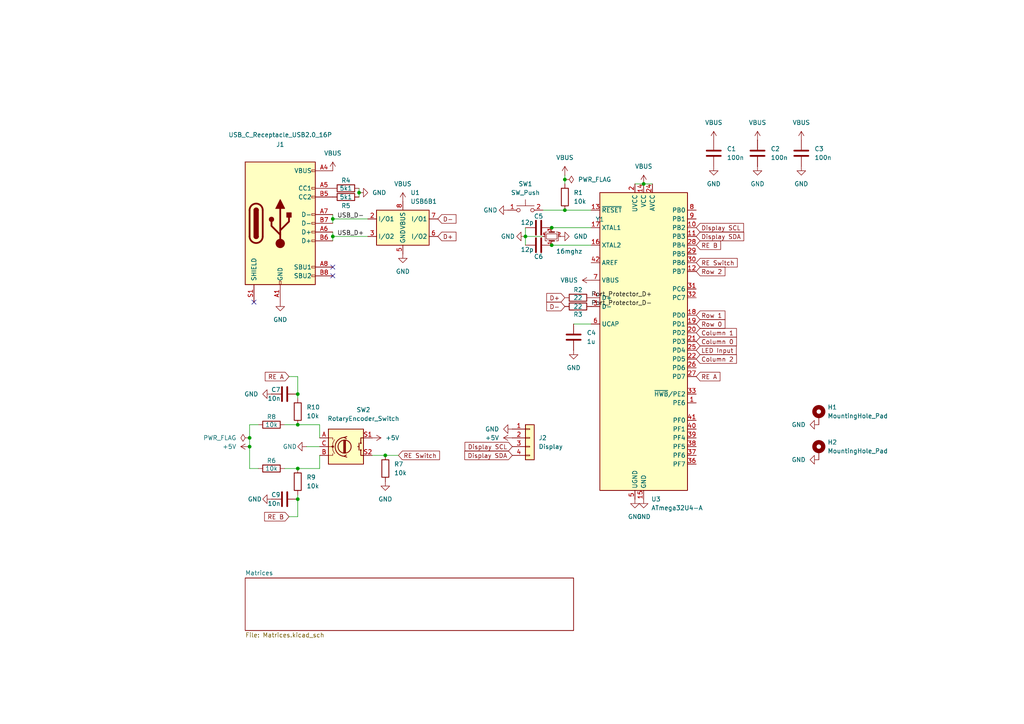
<source format=kicad_sch>
(kicad_sch
	(version 20231120)
	(generator "eeschema")
	(generator_version "8.0")
	(uuid "7ab8ba5b-47b0-433d-b4df-c107ac17d390")
	(paper "A4")
	(lib_symbols
		(symbol "Connector:USB_C_Receptacle_USB2.0_16P"
			(pin_names
				(offset 1.016)
			)
			(exclude_from_sim no)
			(in_bom yes)
			(on_board yes)
			(property "Reference" "J"
				(at 0 22.225 0)
				(effects
					(font
						(size 1.27 1.27)
					)
				)
			)
			(property "Value" "USB_C_Receptacle_USB2.0_16P"
				(at 0 19.685 0)
				(effects
					(font
						(size 1.27 1.27)
					)
				)
			)
			(property "Footprint" ""
				(at 3.81 0 0)
				(effects
					(font
						(size 1.27 1.27)
					)
					(hide yes)
				)
			)
			(property "Datasheet" "https://www.usb.org/sites/default/files/documents/usb_type-c.zip"
				(at 3.81 0 0)
				(effects
					(font
						(size 1.27 1.27)
					)
					(hide yes)
				)
			)
			(property "Description" "USB 2.0-only 16P Type-C Receptacle connector"
				(at 0 0 0)
				(effects
					(font
						(size 1.27 1.27)
					)
					(hide yes)
				)
			)
			(property "ki_keywords" "usb universal serial bus type-C USB2.0"
				(at 0 0 0)
				(effects
					(font
						(size 1.27 1.27)
					)
					(hide yes)
				)
			)
			(property "ki_fp_filters" "USB*C*Receptacle*"
				(at 0 0 0)
				(effects
					(font
						(size 1.27 1.27)
					)
					(hide yes)
				)
			)
			(symbol "USB_C_Receptacle_USB2.0_16P_0_0"
				(rectangle
					(start -0.254 -17.78)
					(end 0.254 -16.764)
					(stroke
						(width 0)
						(type default)
					)
					(fill
						(type none)
					)
				)
				(rectangle
					(start 10.16 -14.986)
					(end 9.144 -15.494)
					(stroke
						(width 0)
						(type default)
					)
					(fill
						(type none)
					)
				)
				(rectangle
					(start 10.16 -12.446)
					(end 9.144 -12.954)
					(stroke
						(width 0)
						(type default)
					)
					(fill
						(type none)
					)
				)
				(rectangle
					(start 10.16 -4.826)
					(end 9.144 -5.334)
					(stroke
						(width 0)
						(type default)
					)
					(fill
						(type none)
					)
				)
				(rectangle
					(start 10.16 -2.286)
					(end 9.144 -2.794)
					(stroke
						(width 0)
						(type default)
					)
					(fill
						(type none)
					)
				)
				(rectangle
					(start 10.16 0.254)
					(end 9.144 -0.254)
					(stroke
						(width 0)
						(type default)
					)
					(fill
						(type none)
					)
				)
				(rectangle
					(start 10.16 2.794)
					(end 9.144 2.286)
					(stroke
						(width 0)
						(type default)
					)
					(fill
						(type none)
					)
				)
				(rectangle
					(start 10.16 7.874)
					(end 9.144 7.366)
					(stroke
						(width 0)
						(type default)
					)
					(fill
						(type none)
					)
				)
				(rectangle
					(start 10.16 10.414)
					(end 9.144 9.906)
					(stroke
						(width 0)
						(type default)
					)
					(fill
						(type none)
					)
				)
				(rectangle
					(start 10.16 15.494)
					(end 9.144 14.986)
					(stroke
						(width 0)
						(type default)
					)
					(fill
						(type none)
					)
				)
			)
			(symbol "USB_C_Receptacle_USB2.0_16P_0_1"
				(rectangle
					(start -10.16 17.78)
					(end 10.16 -17.78)
					(stroke
						(width 0.254)
						(type default)
					)
					(fill
						(type background)
					)
				)
				(arc
					(start -8.89 -3.81)
					(mid -6.985 -5.7067)
					(end -5.08 -3.81)
					(stroke
						(width 0.508)
						(type default)
					)
					(fill
						(type none)
					)
				)
				(arc
					(start -7.62 -3.81)
					(mid -6.985 -4.4423)
					(end -6.35 -3.81)
					(stroke
						(width 0.254)
						(type default)
					)
					(fill
						(type none)
					)
				)
				(arc
					(start -7.62 -3.81)
					(mid -6.985 -4.4423)
					(end -6.35 -3.81)
					(stroke
						(width 0.254)
						(type default)
					)
					(fill
						(type outline)
					)
				)
				(rectangle
					(start -7.62 -3.81)
					(end -6.35 3.81)
					(stroke
						(width 0.254)
						(type default)
					)
					(fill
						(type outline)
					)
				)
				(arc
					(start -6.35 3.81)
					(mid -6.985 4.4423)
					(end -7.62 3.81)
					(stroke
						(width 0.254)
						(type default)
					)
					(fill
						(type none)
					)
				)
				(arc
					(start -6.35 3.81)
					(mid -6.985 4.4423)
					(end -7.62 3.81)
					(stroke
						(width 0.254)
						(type default)
					)
					(fill
						(type outline)
					)
				)
				(arc
					(start -5.08 3.81)
					(mid -6.985 5.7067)
					(end -8.89 3.81)
					(stroke
						(width 0.508)
						(type default)
					)
					(fill
						(type none)
					)
				)
				(circle
					(center -2.54 1.143)
					(radius 0.635)
					(stroke
						(width 0.254)
						(type default)
					)
					(fill
						(type outline)
					)
				)
				(circle
					(center 0 -5.842)
					(radius 1.27)
					(stroke
						(width 0)
						(type default)
					)
					(fill
						(type outline)
					)
				)
				(polyline
					(pts
						(xy -8.89 -3.81) (xy -8.89 3.81)
					)
					(stroke
						(width 0.508)
						(type default)
					)
					(fill
						(type none)
					)
				)
				(polyline
					(pts
						(xy -5.08 3.81) (xy -5.08 -3.81)
					)
					(stroke
						(width 0.508)
						(type default)
					)
					(fill
						(type none)
					)
				)
				(polyline
					(pts
						(xy 0 -5.842) (xy 0 4.318)
					)
					(stroke
						(width 0.508)
						(type default)
					)
					(fill
						(type none)
					)
				)
				(polyline
					(pts
						(xy 0 -3.302) (xy -2.54 -0.762) (xy -2.54 0.508)
					)
					(stroke
						(width 0.508)
						(type default)
					)
					(fill
						(type none)
					)
				)
				(polyline
					(pts
						(xy 0 -2.032) (xy 2.54 0.508) (xy 2.54 1.778)
					)
					(stroke
						(width 0.508)
						(type default)
					)
					(fill
						(type none)
					)
				)
				(polyline
					(pts
						(xy -1.27 4.318) (xy 0 6.858) (xy 1.27 4.318) (xy -1.27 4.318)
					)
					(stroke
						(width 0.254)
						(type default)
					)
					(fill
						(type outline)
					)
				)
				(rectangle
					(start 1.905 1.778)
					(end 3.175 3.048)
					(stroke
						(width 0.254)
						(type default)
					)
					(fill
						(type outline)
					)
				)
			)
			(symbol "USB_C_Receptacle_USB2.0_16P_1_1"
				(pin passive line
					(at 0 -22.86 90)
					(length 5.08)
					(name "GND"
						(effects
							(font
								(size 1.27 1.27)
							)
						)
					)
					(number "A1"
						(effects
							(font
								(size 1.27 1.27)
							)
						)
					)
				)
				(pin passive line
					(at 0 -22.86 90)
					(length 5.08) hide
					(name "GND"
						(effects
							(font
								(size 1.27 1.27)
							)
						)
					)
					(number "A12"
						(effects
							(font
								(size 1.27 1.27)
							)
						)
					)
				)
				(pin passive line
					(at 15.24 15.24 180)
					(length 5.08)
					(name "VBUS"
						(effects
							(font
								(size 1.27 1.27)
							)
						)
					)
					(number "A4"
						(effects
							(font
								(size 1.27 1.27)
							)
						)
					)
				)
				(pin bidirectional line
					(at 15.24 10.16 180)
					(length 5.08)
					(name "CC1"
						(effects
							(font
								(size 1.27 1.27)
							)
						)
					)
					(number "A5"
						(effects
							(font
								(size 1.27 1.27)
							)
						)
					)
				)
				(pin bidirectional line
					(at 15.24 -2.54 180)
					(length 5.08)
					(name "D+"
						(effects
							(font
								(size 1.27 1.27)
							)
						)
					)
					(number "A6"
						(effects
							(font
								(size 1.27 1.27)
							)
						)
					)
				)
				(pin bidirectional line
					(at 15.24 2.54 180)
					(length 5.08)
					(name "D-"
						(effects
							(font
								(size 1.27 1.27)
							)
						)
					)
					(number "A7"
						(effects
							(font
								(size 1.27 1.27)
							)
						)
					)
				)
				(pin bidirectional line
					(at 15.24 -12.7 180)
					(length 5.08)
					(name "SBU1"
						(effects
							(font
								(size 1.27 1.27)
							)
						)
					)
					(number "A8"
						(effects
							(font
								(size 1.27 1.27)
							)
						)
					)
				)
				(pin passive line
					(at 15.24 15.24 180)
					(length 5.08) hide
					(name "VBUS"
						(effects
							(font
								(size 1.27 1.27)
							)
						)
					)
					(number "A9"
						(effects
							(font
								(size 1.27 1.27)
							)
						)
					)
				)
				(pin passive line
					(at 0 -22.86 90)
					(length 5.08) hide
					(name "GND"
						(effects
							(font
								(size 1.27 1.27)
							)
						)
					)
					(number "B1"
						(effects
							(font
								(size 1.27 1.27)
							)
						)
					)
				)
				(pin passive line
					(at 0 -22.86 90)
					(length 5.08) hide
					(name "GND"
						(effects
							(font
								(size 1.27 1.27)
							)
						)
					)
					(number "B12"
						(effects
							(font
								(size 1.27 1.27)
							)
						)
					)
				)
				(pin passive line
					(at 15.24 15.24 180)
					(length 5.08) hide
					(name "VBUS"
						(effects
							(font
								(size 1.27 1.27)
							)
						)
					)
					(number "B4"
						(effects
							(font
								(size 1.27 1.27)
							)
						)
					)
				)
				(pin bidirectional line
					(at 15.24 7.62 180)
					(length 5.08)
					(name "CC2"
						(effects
							(font
								(size 1.27 1.27)
							)
						)
					)
					(number "B5"
						(effects
							(font
								(size 1.27 1.27)
							)
						)
					)
				)
				(pin bidirectional line
					(at 15.24 -5.08 180)
					(length 5.08)
					(name "D+"
						(effects
							(font
								(size 1.27 1.27)
							)
						)
					)
					(number "B6"
						(effects
							(font
								(size 1.27 1.27)
							)
						)
					)
				)
				(pin bidirectional line
					(at 15.24 0 180)
					(length 5.08)
					(name "D-"
						(effects
							(font
								(size 1.27 1.27)
							)
						)
					)
					(number "B7"
						(effects
							(font
								(size 1.27 1.27)
							)
						)
					)
				)
				(pin bidirectional line
					(at 15.24 -15.24 180)
					(length 5.08)
					(name "SBU2"
						(effects
							(font
								(size 1.27 1.27)
							)
						)
					)
					(number "B8"
						(effects
							(font
								(size 1.27 1.27)
							)
						)
					)
				)
				(pin passive line
					(at 15.24 15.24 180)
					(length 5.08) hide
					(name "VBUS"
						(effects
							(font
								(size 1.27 1.27)
							)
						)
					)
					(number "B9"
						(effects
							(font
								(size 1.27 1.27)
							)
						)
					)
				)
				(pin passive line
					(at -7.62 -22.86 90)
					(length 5.08)
					(name "SHIELD"
						(effects
							(font
								(size 1.27 1.27)
							)
						)
					)
					(number "S1"
						(effects
							(font
								(size 1.27 1.27)
							)
						)
					)
				)
			)
		)
		(symbol "Connector_Generic:Conn_01x04"
			(pin_names
				(offset 1.016) hide)
			(exclude_from_sim no)
			(in_bom yes)
			(on_board yes)
			(property "Reference" "J"
				(at 0 5.08 0)
				(effects
					(font
						(size 1.27 1.27)
					)
				)
			)
			(property "Value" "Conn_01x04"
				(at 0 -7.62 0)
				(effects
					(font
						(size 1.27 1.27)
					)
				)
			)
			(property "Footprint" ""
				(at 0 0 0)
				(effects
					(font
						(size 1.27 1.27)
					)
					(hide yes)
				)
			)
			(property "Datasheet" "~"
				(at 0 0 0)
				(effects
					(font
						(size 1.27 1.27)
					)
					(hide yes)
				)
			)
			(property "Description" "Generic connector, single row, 01x04, script generated (kicad-library-utils/schlib/autogen/connector/)"
				(at 0 0 0)
				(effects
					(font
						(size 1.27 1.27)
					)
					(hide yes)
				)
			)
			(property "ki_keywords" "connector"
				(at 0 0 0)
				(effects
					(font
						(size 1.27 1.27)
					)
					(hide yes)
				)
			)
			(property "ki_fp_filters" "Connector*:*_1x??_*"
				(at 0 0 0)
				(effects
					(font
						(size 1.27 1.27)
					)
					(hide yes)
				)
			)
			(symbol "Conn_01x04_1_1"
				(rectangle
					(start -1.27 -4.953)
					(end 0 -5.207)
					(stroke
						(width 0.1524)
						(type default)
					)
					(fill
						(type none)
					)
				)
				(rectangle
					(start -1.27 -2.413)
					(end 0 -2.667)
					(stroke
						(width 0.1524)
						(type default)
					)
					(fill
						(type none)
					)
				)
				(rectangle
					(start -1.27 0.127)
					(end 0 -0.127)
					(stroke
						(width 0.1524)
						(type default)
					)
					(fill
						(type none)
					)
				)
				(rectangle
					(start -1.27 2.667)
					(end 0 2.413)
					(stroke
						(width 0.1524)
						(type default)
					)
					(fill
						(type none)
					)
				)
				(rectangle
					(start -1.27 3.81)
					(end 1.27 -6.35)
					(stroke
						(width 0.254)
						(type default)
					)
					(fill
						(type background)
					)
				)
				(pin passive line
					(at -5.08 2.54 0)
					(length 3.81)
					(name "Pin_1"
						(effects
							(font
								(size 1.27 1.27)
							)
						)
					)
					(number "1"
						(effects
							(font
								(size 1.27 1.27)
							)
						)
					)
				)
				(pin passive line
					(at -5.08 0 0)
					(length 3.81)
					(name "Pin_2"
						(effects
							(font
								(size 1.27 1.27)
							)
						)
					)
					(number "2"
						(effects
							(font
								(size 1.27 1.27)
							)
						)
					)
				)
				(pin passive line
					(at -5.08 -2.54 0)
					(length 3.81)
					(name "Pin_3"
						(effects
							(font
								(size 1.27 1.27)
							)
						)
					)
					(number "3"
						(effects
							(font
								(size 1.27 1.27)
							)
						)
					)
				)
				(pin passive line
					(at -5.08 -5.08 0)
					(length 3.81)
					(name "Pin_4"
						(effects
							(font
								(size 1.27 1.27)
							)
						)
					)
					(number "4"
						(effects
							(font
								(size 1.27 1.27)
							)
						)
					)
				)
			)
		)
		(symbol "Device:C"
			(pin_numbers hide)
			(pin_names
				(offset 0.254)
			)
			(exclude_from_sim no)
			(in_bom yes)
			(on_board yes)
			(property "Reference" "C"
				(at 0.635 2.54 0)
				(effects
					(font
						(size 1.27 1.27)
					)
					(justify left)
				)
			)
			(property "Value" "C"
				(at 0.635 -2.54 0)
				(effects
					(font
						(size 1.27 1.27)
					)
					(justify left)
				)
			)
			(property "Footprint" ""
				(at 0.9652 -3.81 0)
				(effects
					(font
						(size 1.27 1.27)
					)
					(hide yes)
				)
			)
			(property "Datasheet" "~"
				(at 0 0 0)
				(effects
					(font
						(size 1.27 1.27)
					)
					(hide yes)
				)
			)
			(property "Description" "Unpolarized capacitor"
				(at 0 0 0)
				(effects
					(font
						(size 1.27 1.27)
					)
					(hide yes)
				)
			)
			(property "ki_keywords" "cap capacitor"
				(at 0 0 0)
				(effects
					(font
						(size 1.27 1.27)
					)
					(hide yes)
				)
			)
			(property "ki_fp_filters" "C_*"
				(at 0 0 0)
				(effects
					(font
						(size 1.27 1.27)
					)
					(hide yes)
				)
			)
			(symbol "C_0_1"
				(polyline
					(pts
						(xy -2.032 -0.762) (xy 2.032 -0.762)
					)
					(stroke
						(width 0.508)
						(type default)
					)
					(fill
						(type none)
					)
				)
				(polyline
					(pts
						(xy -2.032 0.762) (xy 2.032 0.762)
					)
					(stroke
						(width 0.508)
						(type default)
					)
					(fill
						(type none)
					)
				)
			)
			(symbol "C_1_1"
				(pin passive line
					(at 0 3.81 270)
					(length 2.794)
					(name "~"
						(effects
							(font
								(size 1.27 1.27)
							)
						)
					)
					(number "1"
						(effects
							(font
								(size 1.27 1.27)
							)
						)
					)
				)
				(pin passive line
					(at 0 -3.81 90)
					(length 2.794)
					(name "~"
						(effects
							(font
								(size 1.27 1.27)
							)
						)
					)
					(number "2"
						(effects
							(font
								(size 1.27 1.27)
							)
						)
					)
				)
			)
		)
		(symbol "Device:Crystal_GND24_Small"
			(pin_names
				(offset 1.016) hide)
			(exclude_from_sim no)
			(in_bom yes)
			(on_board yes)
			(property "Reference" "Y"
				(at 1.27 4.445 0)
				(effects
					(font
						(size 1.27 1.27)
					)
					(justify left)
				)
			)
			(property "Value" "Crystal_GND24_Small"
				(at 1.27 2.54 0)
				(effects
					(font
						(size 1.27 1.27)
					)
					(justify left)
				)
			)
			(property "Footprint" ""
				(at 0 0 0)
				(effects
					(font
						(size 1.27 1.27)
					)
					(hide yes)
				)
			)
			(property "Datasheet" "~"
				(at 0 0 0)
				(effects
					(font
						(size 1.27 1.27)
					)
					(hide yes)
				)
			)
			(property "Description" "Four pin crystal, GND on pins 2 and 4, small symbol"
				(at 0 0 0)
				(effects
					(font
						(size 1.27 1.27)
					)
					(hide yes)
				)
			)
			(property "ki_keywords" "quartz ceramic resonator oscillator"
				(at 0 0 0)
				(effects
					(font
						(size 1.27 1.27)
					)
					(hide yes)
				)
			)
			(property "ki_fp_filters" "Crystal*"
				(at 0 0 0)
				(effects
					(font
						(size 1.27 1.27)
					)
					(hide yes)
				)
			)
			(symbol "Crystal_GND24_Small_0_1"
				(rectangle
					(start -0.762 -1.524)
					(end 0.762 1.524)
					(stroke
						(width 0)
						(type default)
					)
					(fill
						(type none)
					)
				)
				(polyline
					(pts
						(xy -1.27 -0.762) (xy -1.27 0.762)
					)
					(stroke
						(width 0.381)
						(type default)
					)
					(fill
						(type none)
					)
				)
				(polyline
					(pts
						(xy 1.27 -0.762) (xy 1.27 0.762)
					)
					(stroke
						(width 0.381)
						(type default)
					)
					(fill
						(type none)
					)
				)
				(polyline
					(pts
						(xy -1.27 -1.27) (xy -1.27 -1.905) (xy 1.27 -1.905) (xy 1.27 -1.27)
					)
					(stroke
						(width 0)
						(type default)
					)
					(fill
						(type none)
					)
				)
				(polyline
					(pts
						(xy -1.27 1.27) (xy -1.27 1.905) (xy 1.27 1.905) (xy 1.27 1.27)
					)
					(stroke
						(width 0)
						(type default)
					)
					(fill
						(type none)
					)
				)
			)
			(symbol "Crystal_GND24_Small_1_1"
				(pin passive line
					(at -2.54 0 0)
					(length 1.27)
					(name "1"
						(effects
							(font
								(size 1.27 1.27)
							)
						)
					)
					(number "1"
						(effects
							(font
								(size 0.762 0.762)
							)
						)
					)
				)
				(pin passive line
					(at 0 -2.54 90)
					(length 0.635)
					(name "2"
						(effects
							(font
								(size 1.27 1.27)
							)
						)
					)
					(number "2"
						(effects
							(font
								(size 0.762 0.762)
							)
						)
					)
				)
				(pin passive line
					(at 2.54 0 180)
					(length 1.27)
					(name "3"
						(effects
							(font
								(size 1.27 1.27)
							)
						)
					)
					(number "3"
						(effects
							(font
								(size 0.762 0.762)
							)
						)
					)
				)
				(pin passive line
					(at 0 2.54 270)
					(length 0.635)
					(name "4"
						(effects
							(font
								(size 1.27 1.27)
							)
						)
					)
					(number "4"
						(effects
							(font
								(size 0.762 0.762)
							)
						)
					)
				)
			)
		)
		(symbol "Device:R"
			(pin_numbers hide)
			(pin_names
				(offset 0)
			)
			(exclude_from_sim no)
			(in_bom yes)
			(on_board yes)
			(property "Reference" "R"
				(at 2.032 0 90)
				(effects
					(font
						(size 1.27 1.27)
					)
				)
			)
			(property "Value" "R"
				(at 0 0 90)
				(effects
					(font
						(size 1.27 1.27)
					)
				)
			)
			(property "Footprint" ""
				(at -1.778 0 90)
				(effects
					(font
						(size 1.27 1.27)
					)
					(hide yes)
				)
			)
			(property "Datasheet" "~"
				(at 0 0 0)
				(effects
					(font
						(size 1.27 1.27)
					)
					(hide yes)
				)
			)
			(property "Description" "Resistor"
				(at 0 0 0)
				(effects
					(font
						(size 1.27 1.27)
					)
					(hide yes)
				)
			)
			(property "ki_keywords" "R res resistor"
				(at 0 0 0)
				(effects
					(font
						(size 1.27 1.27)
					)
					(hide yes)
				)
			)
			(property "ki_fp_filters" "R_*"
				(at 0 0 0)
				(effects
					(font
						(size 1.27 1.27)
					)
					(hide yes)
				)
			)
			(symbol "R_0_1"
				(rectangle
					(start -1.016 -2.54)
					(end 1.016 2.54)
					(stroke
						(width 0.254)
						(type default)
					)
					(fill
						(type none)
					)
				)
			)
			(symbol "R_1_1"
				(pin passive line
					(at 0 3.81 270)
					(length 1.27)
					(name "~"
						(effects
							(font
								(size 1.27 1.27)
							)
						)
					)
					(number "1"
						(effects
							(font
								(size 1.27 1.27)
							)
						)
					)
				)
				(pin passive line
					(at 0 -3.81 90)
					(length 1.27)
					(name "~"
						(effects
							(font
								(size 1.27 1.27)
							)
						)
					)
					(number "2"
						(effects
							(font
								(size 1.27 1.27)
							)
						)
					)
				)
			)
		)
		(symbol "Device:RotaryEncoder_Switch"
			(pin_names
				(offset 0.254) hide)
			(exclude_from_sim no)
			(in_bom yes)
			(on_board yes)
			(property "Reference" "SW"
				(at 0 6.604 0)
				(effects
					(font
						(size 1.27 1.27)
					)
				)
			)
			(property "Value" "RotaryEncoder_Switch"
				(at 0 -6.604 0)
				(effects
					(font
						(size 1.27 1.27)
					)
				)
			)
			(property "Footprint" ""
				(at -3.81 4.064 0)
				(effects
					(font
						(size 1.27 1.27)
					)
					(hide yes)
				)
			)
			(property "Datasheet" "~"
				(at 0 6.604 0)
				(effects
					(font
						(size 1.27 1.27)
					)
					(hide yes)
				)
			)
			(property "Description" "Rotary encoder, dual channel, incremental quadrate outputs, with switch"
				(at 0 0 0)
				(effects
					(font
						(size 1.27 1.27)
					)
					(hide yes)
				)
			)
			(property "ki_keywords" "rotary switch encoder switch push button"
				(at 0 0 0)
				(effects
					(font
						(size 1.27 1.27)
					)
					(hide yes)
				)
			)
			(property "ki_fp_filters" "RotaryEncoder*Switch*"
				(at 0 0 0)
				(effects
					(font
						(size 1.27 1.27)
					)
					(hide yes)
				)
			)
			(symbol "RotaryEncoder_Switch_0_1"
				(rectangle
					(start -5.08 5.08)
					(end 5.08 -5.08)
					(stroke
						(width 0.254)
						(type default)
					)
					(fill
						(type background)
					)
				)
				(circle
					(center -3.81 0)
					(radius 0.254)
					(stroke
						(width 0)
						(type default)
					)
					(fill
						(type outline)
					)
				)
				(circle
					(center -0.381 0)
					(radius 1.905)
					(stroke
						(width 0.254)
						(type default)
					)
					(fill
						(type none)
					)
				)
				(arc
					(start -0.381 2.667)
					(mid -3.0988 -0.0635)
					(end -0.381 -2.794)
					(stroke
						(width 0.254)
						(type default)
					)
					(fill
						(type none)
					)
				)
				(polyline
					(pts
						(xy -0.635 -1.778) (xy -0.635 1.778)
					)
					(stroke
						(width 0.254)
						(type default)
					)
					(fill
						(type none)
					)
				)
				(polyline
					(pts
						(xy -0.381 -1.778) (xy -0.381 1.778)
					)
					(stroke
						(width 0.254)
						(type default)
					)
					(fill
						(type none)
					)
				)
				(polyline
					(pts
						(xy -0.127 1.778) (xy -0.127 -1.778)
					)
					(stroke
						(width 0.254)
						(type default)
					)
					(fill
						(type none)
					)
				)
				(polyline
					(pts
						(xy 3.81 0) (xy 3.429 0)
					)
					(stroke
						(width 0.254)
						(type default)
					)
					(fill
						(type none)
					)
				)
				(polyline
					(pts
						(xy 3.81 1.016) (xy 3.81 -1.016)
					)
					(stroke
						(width 0.254)
						(type default)
					)
					(fill
						(type none)
					)
				)
				(polyline
					(pts
						(xy -5.08 -2.54) (xy -3.81 -2.54) (xy -3.81 -2.032)
					)
					(stroke
						(width 0)
						(type default)
					)
					(fill
						(type none)
					)
				)
				(polyline
					(pts
						(xy -5.08 2.54) (xy -3.81 2.54) (xy -3.81 2.032)
					)
					(stroke
						(width 0)
						(type default)
					)
					(fill
						(type none)
					)
				)
				(polyline
					(pts
						(xy 0.254 -3.048) (xy -0.508 -2.794) (xy 0.127 -2.413)
					)
					(stroke
						(width 0.254)
						(type default)
					)
					(fill
						(type none)
					)
				)
				(polyline
					(pts
						(xy 0.254 2.921) (xy -0.508 2.667) (xy 0.127 2.286)
					)
					(stroke
						(width 0.254)
						(type default)
					)
					(fill
						(type none)
					)
				)
				(polyline
					(pts
						(xy 5.08 -2.54) (xy 4.318 -2.54) (xy 4.318 -1.016)
					)
					(stroke
						(width 0.254)
						(type default)
					)
					(fill
						(type none)
					)
				)
				(polyline
					(pts
						(xy 5.08 2.54) (xy 4.318 2.54) (xy 4.318 1.016)
					)
					(stroke
						(width 0.254)
						(type default)
					)
					(fill
						(type none)
					)
				)
				(polyline
					(pts
						(xy -5.08 0) (xy -3.81 0) (xy -3.81 -1.016) (xy -3.302 -2.032)
					)
					(stroke
						(width 0)
						(type default)
					)
					(fill
						(type none)
					)
				)
				(polyline
					(pts
						(xy -4.318 0) (xy -3.81 0) (xy -3.81 1.016) (xy -3.302 2.032)
					)
					(stroke
						(width 0)
						(type default)
					)
					(fill
						(type none)
					)
				)
				(circle
					(center 4.318 -1.016)
					(radius 0.127)
					(stroke
						(width 0.254)
						(type default)
					)
					(fill
						(type none)
					)
				)
				(circle
					(center 4.318 1.016)
					(radius 0.127)
					(stroke
						(width 0.254)
						(type default)
					)
					(fill
						(type none)
					)
				)
			)
			(symbol "RotaryEncoder_Switch_1_1"
				(pin passive line
					(at -7.62 2.54 0)
					(length 2.54)
					(name "A"
						(effects
							(font
								(size 1.27 1.27)
							)
						)
					)
					(number "A"
						(effects
							(font
								(size 1.27 1.27)
							)
						)
					)
				)
				(pin passive line
					(at -7.62 -2.54 0)
					(length 2.54)
					(name "B"
						(effects
							(font
								(size 1.27 1.27)
							)
						)
					)
					(number "B"
						(effects
							(font
								(size 1.27 1.27)
							)
						)
					)
				)
				(pin passive line
					(at -7.62 0 0)
					(length 2.54)
					(name "C"
						(effects
							(font
								(size 1.27 1.27)
							)
						)
					)
					(number "C"
						(effects
							(font
								(size 1.27 1.27)
							)
						)
					)
				)
				(pin passive line
					(at 7.62 2.54 180)
					(length 2.54)
					(name "S1"
						(effects
							(font
								(size 1.27 1.27)
							)
						)
					)
					(number "S1"
						(effects
							(font
								(size 1.27 1.27)
							)
						)
					)
				)
				(pin passive line
					(at 7.62 -2.54 180)
					(length 2.54)
					(name "S2"
						(effects
							(font
								(size 1.27 1.27)
							)
						)
					)
					(number "S2"
						(effects
							(font
								(size 1.27 1.27)
							)
						)
					)
				)
			)
		)
		(symbol "MCU_Microchip_ATmega:ATmega32U4-A"
			(exclude_from_sim no)
			(in_bom yes)
			(on_board yes)
			(property "Reference" "U"
				(at -12.7 44.45 0)
				(effects
					(font
						(size 1.27 1.27)
					)
					(justify left bottom)
				)
			)
			(property "Value" "ATmega32U4-A"
				(at 2.54 -44.45 0)
				(effects
					(font
						(size 1.27 1.27)
					)
					(justify left top)
				)
			)
			(property "Footprint" "Package_QFP:TQFP-44_10x10mm_P0.8mm"
				(at 0 0 0)
				(effects
					(font
						(size 1.27 1.27)
						(italic yes)
					)
					(hide yes)
				)
			)
			(property "Datasheet" "http://ww1.microchip.com/downloads/en/DeviceDoc/Atmel-7766-8-bit-AVR-ATmega16U4-32U4_Datasheet.pdf"
				(at 0 0 0)
				(effects
					(font
						(size 1.27 1.27)
					)
					(hide yes)
				)
			)
			(property "Description" "16MHz, 32kB Flash, 2.5kB SRAM, 1kB EEPROM, USB 2.0, TQFP-44"
				(at 0 0 0)
				(effects
					(font
						(size 1.27 1.27)
					)
					(hide yes)
				)
			)
			(property "ki_keywords" "AVR 8bit Microcontroller MegaAVR USB"
				(at 0 0 0)
				(effects
					(font
						(size 1.27 1.27)
					)
					(hide yes)
				)
			)
			(property "ki_fp_filters" "TQFP*10x10mm*P0.8mm*"
				(at 0 0 0)
				(effects
					(font
						(size 1.27 1.27)
					)
					(hide yes)
				)
			)
			(symbol "ATmega32U4-A_0_1"
				(rectangle
					(start -12.7 -43.18)
					(end 12.7 43.18)
					(stroke
						(width 0.254)
						(type default)
					)
					(fill
						(type background)
					)
				)
			)
			(symbol "ATmega32U4-A_1_1"
				(pin bidirectional line
					(at 15.24 -17.78 180)
					(length 2.54)
					(name "PE6"
						(effects
							(font
								(size 1.27 1.27)
							)
						)
					)
					(number "1"
						(effects
							(font
								(size 1.27 1.27)
							)
						)
					)
				)
				(pin bidirectional line
					(at 15.24 33.02 180)
					(length 2.54)
					(name "PB2"
						(effects
							(font
								(size 1.27 1.27)
							)
						)
					)
					(number "10"
						(effects
							(font
								(size 1.27 1.27)
							)
						)
					)
				)
				(pin bidirectional line
					(at 15.24 30.48 180)
					(length 2.54)
					(name "PB3"
						(effects
							(font
								(size 1.27 1.27)
							)
						)
					)
					(number "11"
						(effects
							(font
								(size 1.27 1.27)
							)
						)
					)
				)
				(pin bidirectional line
					(at 15.24 20.32 180)
					(length 2.54)
					(name "PB7"
						(effects
							(font
								(size 1.27 1.27)
							)
						)
					)
					(number "12"
						(effects
							(font
								(size 1.27 1.27)
							)
						)
					)
				)
				(pin input line
					(at -15.24 38.1 0)
					(length 2.54)
					(name "~{RESET}"
						(effects
							(font
								(size 1.27 1.27)
							)
						)
					)
					(number "13"
						(effects
							(font
								(size 1.27 1.27)
							)
						)
					)
				)
				(pin power_in line
					(at 0 45.72 270)
					(length 2.54)
					(name "VCC"
						(effects
							(font
								(size 1.27 1.27)
							)
						)
					)
					(number "14"
						(effects
							(font
								(size 1.27 1.27)
							)
						)
					)
				)
				(pin power_in line
					(at 0 -45.72 90)
					(length 2.54)
					(name "GND"
						(effects
							(font
								(size 1.27 1.27)
							)
						)
					)
					(number "15"
						(effects
							(font
								(size 1.27 1.27)
							)
						)
					)
				)
				(pin output line
					(at -15.24 27.94 0)
					(length 2.54)
					(name "XTAL2"
						(effects
							(font
								(size 1.27 1.27)
							)
						)
					)
					(number "16"
						(effects
							(font
								(size 1.27 1.27)
							)
						)
					)
				)
				(pin input line
					(at -15.24 33.02 0)
					(length 2.54)
					(name "XTAL1"
						(effects
							(font
								(size 1.27 1.27)
							)
						)
					)
					(number "17"
						(effects
							(font
								(size 1.27 1.27)
							)
						)
					)
				)
				(pin bidirectional line
					(at 15.24 7.62 180)
					(length 2.54)
					(name "PD0"
						(effects
							(font
								(size 1.27 1.27)
							)
						)
					)
					(number "18"
						(effects
							(font
								(size 1.27 1.27)
							)
						)
					)
				)
				(pin bidirectional line
					(at 15.24 5.08 180)
					(length 2.54)
					(name "PD1"
						(effects
							(font
								(size 1.27 1.27)
							)
						)
					)
					(number "19"
						(effects
							(font
								(size 1.27 1.27)
							)
						)
					)
				)
				(pin power_in line
					(at -2.54 45.72 270)
					(length 2.54)
					(name "UVCC"
						(effects
							(font
								(size 1.27 1.27)
							)
						)
					)
					(number "2"
						(effects
							(font
								(size 1.27 1.27)
							)
						)
					)
				)
				(pin bidirectional line
					(at 15.24 2.54 180)
					(length 2.54)
					(name "PD2"
						(effects
							(font
								(size 1.27 1.27)
							)
						)
					)
					(number "20"
						(effects
							(font
								(size 1.27 1.27)
							)
						)
					)
				)
				(pin bidirectional line
					(at 15.24 0 180)
					(length 2.54)
					(name "PD3"
						(effects
							(font
								(size 1.27 1.27)
							)
						)
					)
					(number "21"
						(effects
							(font
								(size 1.27 1.27)
							)
						)
					)
				)
				(pin bidirectional line
					(at 15.24 -5.08 180)
					(length 2.54)
					(name "PD5"
						(effects
							(font
								(size 1.27 1.27)
							)
						)
					)
					(number "22"
						(effects
							(font
								(size 1.27 1.27)
							)
						)
					)
				)
				(pin passive line
					(at 0 -45.72 90)
					(length 2.54) hide
					(name "GND"
						(effects
							(font
								(size 1.27 1.27)
							)
						)
					)
					(number "23"
						(effects
							(font
								(size 1.27 1.27)
							)
						)
					)
				)
				(pin power_in line
					(at 2.54 45.72 270)
					(length 2.54)
					(name "AVCC"
						(effects
							(font
								(size 1.27 1.27)
							)
						)
					)
					(number "24"
						(effects
							(font
								(size 1.27 1.27)
							)
						)
					)
				)
				(pin bidirectional line
					(at 15.24 -2.54 180)
					(length 2.54)
					(name "PD4"
						(effects
							(font
								(size 1.27 1.27)
							)
						)
					)
					(number "25"
						(effects
							(font
								(size 1.27 1.27)
							)
						)
					)
				)
				(pin bidirectional line
					(at 15.24 -7.62 180)
					(length 2.54)
					(name "PD6"
						(effects
							(font
								(size 1.27 1.27)
							)
						)
					)
					(number "26"
						(effects
							(font
								(size 1.27 1.27)
							)
						)
					)
				)
				(pin bidirectional line
					(at 15.24 -10.16 180)
					(length 2.54)
					(name "PD7"
						(effects
							(font
								(size 1.27 1.27)
							)
						)
					)
					(number "27"
						(effects
							(font
								(size 1.27 1.27)
							)
						)
					)
				)
				(pin bidirectional line
					(at 15.24 27.94 180)
					(length 2.54)
					(name "PB4"
						(effects
							(font
								(size 1.27 1.27)
							)
						)
					)
					(number "28"
						(effects
							(font
								(size 1.27 1.27)
							)
						)
					)
				)
				(pin bidirectional line
					(at 15.24 25.4 180)
					(length 2.54)
					(name "PB5"
						(effects
							(font
								(size 1.27 1.27)
							)
						)
					)
					(number "29"
						(effects
							(font
								(size 1.27 1.27)
							)
						)
					)
				)
				(pin bidirectional line
					(at -15.24 10.16 0)
					(length 2.54)
					(name "D-"
						(effects
							(font
								(size 1.27 1.27)
							)
						)
					)
					(number "3"
						(effects
							(font
								(size 1.27 1.27)
							)
						)
					)
				)
				(pin bidirectional line
					(at 15.24 22.86 180)
					(length 2.54)
					(name "PB6"
						(effects
							(font
								(size 1.27 1.27)
							)
						)
					)
					(number "30"
						(effects
							(font
								(size 1.27 1.27)
							)
						)
					)
				)
				(pin bidirectional line
					(at 15.24 15.24 180)
					(length 2.54)
					(name "PC6"
						(effects
							(font
								(size 1.27 1.27)
							)
						)
					)
					(number "31"
						(effects
							(font
								(size 1.27 1.27)
							)
						)
					)
				)
				(pin bidirectional line
					(at 15.24 12.7 180)
					(length 2.54)
					(name "PC7"
						(effects
							(font
								(size 1.27 1.27)
							)
						)
					)
					(number "32"
						(effects
							(font
								(size 1.27 1.27)
							)
						)
					)
				)
				(pin bidirectional line
					(at 15.24 -15.24 180)
					(length 2.54)
					(name "~{HWB}/PE2"
						(effects
							(font
								(size 1.27 1.27)
							)
						)
					)
					(number "33"
						(effects
							(font
								(size 1.27 1.27)
							)
						)
					)
				)
				(pin passive line
					(at 0 45.72 270)
					(length 2.54) hide
					(name "VCC"
						(effects
							(font
								(size 1.27 1.27)
							)
						)
					)
					(number "34"
						(effects
							(font
								(size 1.27 1.27)
							)
						)
					)
				)
				(pin passive line
					(at 0 -45.72 90)
					(length 2.54) hide
					(name "GND"
						(effects
							(font
								(size 1.27 1.27)
							)
						)
					)
					(number "35"
						(effects
							(font
								(size 1.27 1.27)
							)
						)
					)
				)
				(pin bidirectional line
					(at 15.24 -35.56 180)
					(length 2.54)
					(name "PF7"
						(effects
							(font
								(size 1.27 1.27)
							)
						)
					)
					(number "36"
						(effects
							(font
								(size 1.27 1.27)
							)
						)
					)
				)
				(pin bidirectional line
					(at 15.24 -33.02 180)
					(length 2.54)
					(name "PF6"
						(effects
							(font
								(size 1.27 1.27)
							)
						)
					)
					(number "37"
						(effects
							(font
								(size 1.27 1.27)
							)
						)
					)
				)
				(pin bidirectional line
					(at 15.24 -30.48 180)
					(length 2.54)
					(name "PF5"
						(effects
							(font
								(size 1.27 1.27)
							)
						)
					)
					(number "38"
						(effects
							(font
								(size 1.27 1.27)
							)
						)
					)
				)
				(pin bidirectional line
					(at 15.24 -27.94 180)
					(length 2.54)
					(name "PF4"
						(effects
							(font
								(size 1.27 1.27)
							)
						)
					)
					(number "39"
						(effects
							(font
								(size 1.27 1.27)
							)
						)
					)
				)
				(pin bidirectional line
					(at -15.24 12.7 0)
					(length 2.54)
					(name "D+"
						(effects
							(font
								(size 1.27 1.27)
							)
						)
					)
					(number "4"
						(effects
							(font
								(size 1.27 1.27)
							)
						)
					)
				)
				(pin bidirectional line
					(at 15.24 -25.4 180)
					(length 2.54)
					(name "PF1"
						(effects
							(font
								(size 1.27 1.27)
							)
						)
					)
					(number "40"
						(effects
							(font
								(size 1.27 1.27)
							)
						)
					)
				)
				(pin bidirectional line
					(at 15.24 -22.86 180)
					(length 2.54)
					(name "PF0"
						(effects
							(font
								(size 1.27 1.27)
							)
						)
					)
					(number "41"
						(effects
							(font
								(size 1.27 1.27)
							)
						)
					)
				)
				(pin passive line
					(at -15.24 22.86 0)
					(length 2.54)
					(name "AREF"
						(effects
							(font
								(size 1.27 1.27)
							)
						)
					)
					(number "42"
						(effects
							(font
								(size 1.27 1.27)
							)
						)
					)
				)
				(pin passive line
					(at 0 -45.72 90)
					(length 2.54) hide
					(name "GND"
						(effects
							(font
								(size 1.27 1.27)
							)
						)
					)
					(number "43"
						(effects
							(font
								(size 1.27 1.27)
							)
						)
					)
				)
				(pin passive line
					(at 2.54 45.72 270)
					(length 2.54) hide
					(name "AVCC"
						(effects
							(font
								(size 1.27 1.27)
							)
						)
					)
					(number "44"
						(effects
							(font
								(size 1.27 1.27)
							)
						)
					)
				)
				(pin passive line
					(at -2.54 -45.72 90)
					(length 2.54)
					(name "UGND"
						(effects
							(font
								(size 1.27 1.27)
							)
						)
					)
					(number "5"
						(effects
							(font
								(size 1.27 1.27)
							)
						)
					)
				)
				(pin passive line
					(at -15.24 5.08 0)
					(length 2.54)
					(name "UCAP"
						(effects
							(font
								(size 1.27 1.27)
							)
						)
					)
					(number "6"
						(effects
							(font
								(size 1.27 1.27)
							)
						)
					)
				)
				(pin input line
					(at -15.24 17.78 0)
					(length 2.54)
					(name "VBUS"
						(effects
							(font
								(size 1.27 1.27)
							)
						)
					)
					(number "7"
						(effects
							(font
								(size 1.27 1.27)
							)
						)
					)
				)
				(pin bidirectional line
					(at 15.24 38.1 180)
					(length 2.54)
					(name "PB0"
						(effects
							(font
								(size 1.27 1.27)
							)
						)
					)
					(number "8"
						(effects
							(font
								(size 1.27 1.27)
							)
						)
					)
				)
				(pin bidirectional line
					(at 15.24 35.56 180)
					(length 2.54)
					(name "PB1"
						(effects
							(font
								(size 1.27 1.27)
							)
						)
					)
					(number "9"
						(effects
							(font
								(size 1.27 1.27)
							)
						)
					)
				)
			)
		)
		(symbol "Mechanical:MountingHole_Pad"
			(pin_numbers hide)
			(pin_names
				(offset 1.016) hide)
			(exclude_from_sim yes)
			(in_bom no)
			(on_board yes)
			(property "Reference" "H"
				(at 0 6.35 0)
				(effects
					(font
						(size 1.27 1.27)
					)
				)
			)
			(property "Value" "MountingHole_Pad"
				(at 0 4.445 0)
				(effects
					(font
						(size 1.27 1.27)
					)
				)
			)
			(property "Footprint" ""
				(at 0 0 0)
				(effects
					(font
						(size 1.27 1.27)
					)
					(hide yes)
				)
			)
			(property "Datasheet" "~"
				(at 0 0 0)
				(effects
					(font
						(size 1.27 1.27)
					)
					(hide yes)
				)
			)
			(property "Description" "Mounting Hole with connection"
				(at 0 0 0)
				(effects
					(font
						(size 1.27 1.27)
					)
					(hide yes)
				)
			)
			(property "ki_keywords" "mounting hole"
				(at 0 0 0)
				(effects
					(font
						(size 1.27 1.27)
					)
					(hide yes)
				)
			)
			(property "ki_fp_filters" "MountingHole*Pad*"
				(at 0 0 0)
				(effects
					(font
						(size 1.27 1.27)
					)
					(hide yes)
				)
			)
			(symbol "MountingHole_Pad_0_1"
				(circle
					(center 0 1.27)
					(radius 1.27)
					(stroke
						(width 1.27)
						(type default)
					)
					(fill
						(type none)
					)
				)
			)
			(symbol "MountingHole_Pad_1_1"
				(pin input line
					(at 0 -2.54 90)
					(length 2.54)
					(name "1"
						(effects
							(font
								(size 1.27 1.27)
							)
						)
					)
					(number "1"
						(effects
							(font
								(size 1.27 1.27)
							)
						)
					)
				)
			)
		)
		(symbol "Power_Protection:USB6B1"
			(exclude_from_sim no)
			(in_bom yes)
			(on_board yes)
			(property "Reference" "U"
				(at 6.35 6.35 0)
				(effects
					(font
						(size 1.27 1.27)
					)
				)
			)
			(property "Value" "USB6B1"
				(at 5.08 -6.35 0)
				(effects
					(font
						(size 1.27 1.27)
					)
				)
			)
			(property "Footprint" "Package_SO:SOIC-8_3.9x4.9mm_P1.27mm"
				(at 0 0 0)
				(effects
					(font
						(size 1.27 1.27)
					)
					(hide yes)
				)
			)
			(property "Datasheet" "http://www.st.com/content/ccc/resource/technical/document/datasheet/3e/ec/b2/54/b2/76/47/90/CD00001361.pdf/files/CD00001361.pdf/jcr:content/translations/en.CD00001361.pdf"
				(at -24.13 -2.54 0)
				(effects
					(font
						(size 1.27 1.27)
					)
					(hide yes)
				)
			)
			(property "Description" "5V Data line protection"
				(at 0 0 0)
				(effects
					(font
						(size 1.27 1.27)
					)
					(hide yes)
				)
			)
			(property "ki_keywords" "ESD USB"
				(at 0 0 0)
				(effects
					(font
						(size 1.27 1.27)
					)
					(hide yes)
				)
			)
			(property "ki_fp_filters" "SOIC*3.9x4.9mm*P1.27mm*"
				(at 0 0 0)
				(effects
					(font
						(size 1.27 1.27)
					)
					(hide yes)
				)
			)
			(symbol "USB6B1_0_1"
				(rectangle
					(start -7.62 -5.08)
					(end 7.62 5.08)
					(stroke
						(width 0.254)
						(type default)
					)
					(fill
						(type background)
					)
				)
			)
			(symbol "USB6B1_1_1"
				(pin passive line
					(at 0 7.62 270)
					(length 2.54) hide
					(name "VBUS"
						(effects
							(font
								(size 1.27 1.27)
							)
						)
					)
					(number "1"
						(effects
							(font
								(size 1.27 1.27)
							)
						)
					)
				)
				(pin passive line
					(at -10.16 2.54 0)
					(length 2.54)
					(name "I/O1"
						(effects
							(font
								(size 1.27 1.27)
							)
						)
					)
					(number "2"
						(effects
							(font
								(size 1.27 1.27)
							)
						)
					)
				)
				(pin passive line
					(at -10.16 -2.54 0)
					(length 2.54)
					(name "I/O2"
						(effects
							(font
								(size 1.27 1.27)
							)
						)
					)
					(number "3"
						(effects
							(font
								(size 1.27 1.27)
							)
						)
					)
				)
				(pin passive line
					(at 0 -7.62 90)
					(length 2.54) hide
					(name "GND"
						(effects
							(font
								(size 1.27 1.27)
							)
						)
					)
					(number "4"
						(effects
							(font
								(size 1.27 1.27)
							)
						)
					)
				)
				(pin passive line
					(at 0 -7.62 90)
					(length 2.54)
					(name "GND"
						(effects
							(font
								(size 1.27 1.27)
							)
						)
					)
					(number "5"
						(effects
							(font
								(size 1.27 1.27)
							)
						)
					)
				)
				(pin passive line
					(at 10.16 -2.54 180)
					(length 2.54)
					(name "I/O2"
						(effects
							(font
								(size 1.27 1.27)
							)
						)
					)
					(number "6"
						(effects
							(font
								(size 1.27 1.27)
							)
						)
					)
				)
				(pin passive line
					(at 10.16 2.54 180)
					(length 2.54)
					(name "I/O1"
						(effects
							(font
								(size 1.27 1.27)
							)
						)
					)
					(number "7"
						(effects
							(font
								(size 1.27 1.27)
							)
						)
					)
				)
				(pin passive line
					(at 0 7.62 270)
					(length 2.54)
					(name "VBUS"
						(effects
							(font
								(size 1.27 1.27)
							)
						)
					)
					(number "8"
						(effects
							(font
								(size 1.27 1.27)
							)
						)
					)
				)
			)
		)
		(symbol "Switch:SW_Push"
			(pin_names
				(offset 1.016) hide)
			(exclude_from_sim no)
			(in_bom yes)
			(on_board yes)
			(property "Reference" "SW"
				(at 1.27 2.54 0)
				(effects
					(font
						(size 1.27 1.27)
					)
					(justify left)
				)
			)
			(property "Value" "SW_Push"
				(at 0 -1.524 0)
				(effects
					(font
						(size 1.27 1.27)
					)
				)
			)
			(property "Footprint" ""
				(at 0 5.08 0)
				(effects
					(font
						(size 1.27 1.27)
					)
					(hide yes)
				)
			)
			(property "Datasheet" "~"
				(at 0 5.08 0)
				(effects
					(font
						(size 1.27 1.27)
					)
					(hide yes)
				)
			)
			(property "Description" "Push button switch, generic, two pins"
				(at 0 0 0)
				(effects
					(font
						(size 1.27 1.27)
					)
					(hide yes)
				)
			)
			(property "ki_keywords" "switch normally-open pushbutton push-button"
				(at 0 0 0)
				(effects
					(font
						(size 1.27 1.27)
					)
					(hide yes)
				)
			)
			(symbol "SW_Push_0_1"
				(circle
					(center -2.032 0)
					(radius 0.508)
					(stroke
						(width 0)
						(type default)
					)
					(fill
						(type none)
					)
				)
				(polyline
					(pts
						(xy 0 1.27) (xy 0 3.048)
					)
					(stroke
						(width 0)
						(type default)
					)
					(fill
						(type none)
					)
				)
				(polyline
					(pts
						(xy 2.54 1.27) (xy -2.54 1.27)
					)
					(stroke
						(width 0)
						(type default)
					)
					(fill
						(type none)
					)
				)
				(circle
					(center 2.032 0)
					(radius 0.508)
					(stroke
						(width 0)
						(type default)
					)
					(fill
						(type none)
					)
				)
				(pin passive line
					(at -5.08 0 0)
					(length 2.54)
					(name "1"
						(effects
							(font
								(size 1.27 1.27)
							)
						)
					)
					(number "1"
						(effects
							(font
								(size 1.27 1.27)
							)
						)
					)
				)
				(pin passive line
					(at 5.08 0 180)
					(length 2.54)
					(name "2"
						(effects
							(font
								(size 1.27 1.27)
							)
						)
					)
					(number "2"
						(effects
							(font
								(size 1.27 1.27)
							)
						)
					)
				)
			)
		)
		(symbol "power:+5V"
			(power)
			(pin_numbers hide)
			(pin_names
				(offset 0) hide)
			(exclude_from_sim no)
			(in_bom yes)
			(on_board yes)
			(property "Reference" "#PWR"
				(at 0 -3.81 0)
				(effects
					(font
						(size 1.27 1.27)
					)
					(hide yes)
				)
			)
			(property "Value" "+5V"
				(at 0 3.556 0)
				(effects
					(font
						(size 1.27 1.27)
					)
				)
			)
			(property "Footprint" ""
				(at 0 0 0)
				(effects
					(font
						(size 1.27 1.27)
					)
					(hide yes)
				)
			)
			(property "Datasheet" ""
				(at 0 0 0)
				(effects
					(font
						(size 1.27 1.27)
					)
					(hide yes)
				)
			)
			(property "Description" "Power symbol creates a global label with name \"+5V\""
				(at 0 0 0)
				(effects
					(font
						(size 1.27 1.27)
					)
					(hide yes)
				)
			)
			(property "ki_keywords" "global power"
				(at 0 0 0)
				(effects
					(font
						(size 1.27 1.27)
					)
					(hide yes)
				)
			)
			(symbol "+5V_0_1"
				(polyline
					(pts
						(xy -0.762 1.27) (xy 0 2.54)
					)
					(stroke
						(width 0)
						(type default)
					)
					(fill
						(type none)
					)
				)
				(polyline
					(pts
						(xy 0 0) (xy 0 2.54)
					)
					(stroke
						(width 0)
						(type default)
					)
					(fill
						(type none)
					)
				)
				(polyline
					(pts
						(xy 0 2.54) (xy 0.762 1.27)
					)
					(stroke
						(width 0)
						(type default)
					)
					(fill
						(type none)
					)
				)
			)
			(symbol "+5V_1_1"
				(pin power_in line
					(at 0 0 90)
					(length 0)
					(name "~"
						(effects
							(font
								(size 1.27 1.27)
							)
						)
					)
					(number "1"
						(effects
							(font
								(size 1.27 1.27)
							)
						)
					)
				)
			)
		)
		(symbol "power:GND"
			(power)
			(pin_numbers hide)
			(pin_names
				(offset 0) hide)
			(exclude_from_sim no)
			(in_bom yes)
			(on_board yes)
			(property "Reference" "#PWR"
				(at 0 -6.35 0)
				(effects
					(font
						(size 1.27 1.27)
					)
					(hide yes)
				)
			)
			(property "Value" "GND"
				(at 0 -3.81 0)
				(effects
					(font
						(size 1.27 1.27)
					)
				)
			)
			(property "Footprint" ""
				(at 0 0 0)
				(effects
					(font
						(size 1.27 1.27)
					)
					(hide yes)
				)
			)
			(property "Datasheet" ""
				(at 0 0 0)
				(effects
					(font
						(size 1.27 1.27)
					)
					(hide yes)
				)
			)
			(property "Description" "Power symbol creates a global label with name \"GND\" , ground"
				(at 0 0 0)
				(effects
					(font
						(size 1.27 1.27)
					)
					(hide yes)
				)
			)
			(property "ki_keywords" "global power"
				(at 0 0 0)
				(effects
					(font
						(size 1.27 1.27)
					)
					(hide yes)
				)
			)
			(symbol "GND_0_1"
				(polyline
					(pts
						(xy 0 0) (xy 0 -1.27) (xy 1.27 -1.27) (xy 0 -2.54) (xy -1.27 -1.27) (xy 0 -1.27)
					)
					(stroke
						(width 0)
						(type default)
					)
					(fill
						(type none)
					)
				)
			)
			(symbol "GND_1_1"
				(pin power_in line
					(at 0 0 270)
					(length 0)
					(name "~"
						(effects
							(font
								(size 1.27 1.27)
							)
						)
					)
					(number "1"
						(effects
							(font
								(size 1.27 1.27)
							)
						)
					)
				)
			)
		)
		(symbol "power:PWR_FLAG"
			(power)
			(pin_numbers hide)
			(pin_names
				(offset 0) hide)
			(exclude_from_sim no)
			(in_bom yes)
			(on_board yes)
			(property "Reference" "#FLG"
				(at 0 1.905 0)
				(effects
					(font
						(size 1.27 1.27)
					)
					(hide yes)
				)
			)
			(property "Value" "PWR_FLAG"
				(at 0 3.81 0)
				(effects
					(font
						(size 1.27 1.27)
					)
				)
			)
			(property "Footprint" ""
				(at 0 0 0)
				(effects
					(font
						(size 1.27 1.27)
					)
					(hide yes)
				)
			)
			(property "Datasheet" "~"
				(at 0 0 0)
				(effects
					(font
						(size 1.27 1.27)
					)
					(hide yes)
				)
			)
			(property "Description" "Special symbol for telling ERC where power comes from"
				(at 0 0 0)
				(effects
					(font
						(size 1.27 1.27)
					)
					(hide yes)
				)
			)
			(property "ki_keywords" "flag power"
				(at 0 0 0)
				(effects
					(font
						(size 1.27 1.27)
					)
					(hide yes)
				)
			)
			(symbol "PWR_FLAG_0_0"
				(pin power_out line
					(at 0 0 90)
					(length 0)
					(name "~"
						(effects
							(font
								(size 1.27 1.27)
							)
						)
					)
					(number "1"
						(effects
							(font
								(size 1.27 1.27)
							)
						)
					)
				)
			)
			(symbol "PWR_FLAG_0_1"
				(polyline
					(pts
						(xy 0 0) (xy 0 1.27) (xy -1.016 1.905) (xy 0 2.54) (xy 1.016 1.905) (xy 0 1.27)
					)
					(stroke
						(width 0)
						(type default)
					)
					(fill
						(type none)
					)
				)
			)
		)
		(symbol "power:VBUS"
			(power)
			(pin_numbers hide)
			(pin_names
				(offset 0) hide)
			(exclude_from_sim no)
			(in_bom yes)
			(on_board yes)
			(property "Reference" "#PWR"
				(at 0 -3.81 0)
				(effects
					(font
						(size 1.27 1.27)
					)
					(hide yes)
				)
			)
			(property "Value" "VBUS"
				(at 0 3.556 0)
				(effects
					(font
						(size 1.27 1.27)
					)
				)
			)
			(property "Footprint" ""
				(at 0 0 0)
				(effects
					(font
						(size 1.27 1.27)
					)
					(hide yes)
				)
			)
			(property "Datasheet" ""
				(at 0 0 0)
				(effects
					(font
						(size 1.27 1.27)
					)
					(hide yes)
				)
			)
			(property "Description" "Power symbol creates a global label with name \"VBUS\""
				(at 0 0 0)
				(effects
					(font
						(size 1.27 1.27)
					)
					(hide yes)
				)
			)
			(property "ki_keywords" "global power"
				(at 0 0 0)
				(effects
					(font
						(size 1.27 1.27)
					)
					(hide yes)
				)
			)
			(symbol "VBUS_0_1"
				(polyline
					(pts
						(xy -0.762 1.27) (xy 0 2.54)
					)
					(stroke
						(width 0)
						(type default)
					)
					(fill
						(type none)
					)
				)
				(polyline
					(pts
						(xy 0 0) (xy 0 2.54)
					)
					(stroke
						(width 0)
						(type default)
					)
					(fill
						(type none)
					)
				)
				(polyline
					(pts
						(xy 0 2.54) (xy 0.762 1.27)
					)
					(stroke
						(width 0)
						(type default)
					)
					(fill
						(type none)
					)
				)
			)
			(symbol "VBUS_1_1"
				(pin power_in line
					(at 0 0 90)
					(length 0)
					(name "~"
						(effects
							(font
								(size 1.27 1.27)
							)
						)
					)
					(number "1"
						(effects
							(font
								(size 1.27 1.27)
							)
						)
					)
				)
			)
		)
	)
	(junction
		(at 152.4 68.58)
		(diameter 0)
		(color 0 0 0 0)
		(uuid "16817cb6-0313-4f0c-aba8-c0f93578cc7a")
	)
	(junction
		(at 160.02 71.12)
		(diameter 0)
		(color 0 0 0 0)
		(uuid "4619f636-db83-42d2-aefc-d5a35e4646b9")
	)
	(junction
		(at 163.83 52.07)
		(diameter 0)
		(color 0 0 0 0)
		(uuid "62d9b44b-6879-43e0-a333-2a23ab65917e")
	)
	(junction
		(at 72.39 127)
		(diameter 0)
		(color 0 0 0 0)
		(uuid "6a681b31-37ff-44c4-9b32-cf1844db806a")
	)
	(junction
		(at 86.36 144.78)
		(diameter 0)
		(color 0 0 0 0)
		(uuid "7347f3b3-4dbd-4dc1-8c03-742d62be361c")
	)
	(junction
		(at 86.36 114.3)
		(diameter 0)
		(color 0 0 0 0)
		(uuid "8b07d331-9729-4a77-8381-f82257ed88f0")
	)
	(junction
		(at 104.14 55.88)
		(diameter 0)
		(color 0 0 0 0)
		(uuid "a7a87da6-a610-4e70-b7bc-270341db1565")
	)
	(junction
		(at 72.39 129.54)
		(diameter 0)
		(color 0 0 0 0)
		(uuid "a9b5d2f7-73ef-4fad-a3eb-f06efeb4a6be")
	)
	(junction
		(at 160.02 66.04)
		(diameter 0)
		(color 0 0 0 0)
		(uuid "b46d677b-c9b3-41e3-ae84-fcb154cf14d0")
	)
	(junction
		(at 111.76 132.08)
		(diameter 0)
		(color 0 0 0 0)
		(uuid "b7144da5-3a5b-4b2d-8fca-486452eb8134")
	)
	(junction
		(at 186.69 53.34)
		(diameter 0)
		(color 0 0 0 0)
		(uuid "c9d5b40e-91bb-43cb-8326-bae460aed236")
	)
	(junction
		(at 163.83 60.96)
		(diameter 0)
		(color 0 0 0 0)
		(uuid "cc444d15-dba9-458a-b4ea-deb66764a69f")
	)
	(junction
		(at 96.52 63.5)
		(diameter 0)
		(color 0 0 0 0)
		(uuid "d86366a0-39ab-4fcb-88ee-79dd5f821ef3")
	)
	(junction
		(at 86.36 123.19)
		(diameter 0)
		(color 0 0 0 0)
		(uuid "e28fccc6-ec52-48b3-a5d4-918cbb175d9a")
	)
	(junction
		(at 86.36 135.89)
		(diameter 0)
		(color 0 0 0 0)
		(uuid "e9b4aea4-8016-41f4-9a33-451ab2c1d3d9")
	)
	(junction
		(at 96.52 68.58)
		(diameter 0)
		(color 0 0 0 0)
		(uuid "fb4e5f0c-d72d-4fe6-9d8a-3af6b98d4078")
	)
	(no_connect
		(at 73.66 87.63)
		(uuid "0827d8d9-220f-4bc2-a6fd-127114be8bfd")
	)
	(no_connect
		(at 96.52 77.47)
		(uuid "73629bb0-1cf1-4acb-a6f8-51a82dec7a29")
	)
	(no_connect
		(at 96.52 80.01)
		(uuid "bec25dab-965c-44bb-bb02-09f8d60f46a5")
	)
	(wire
		(pts
			(xy 96.52 63.5) (xy 106.68 63.5)
		)
		(stroke
			(width 0)
			(type default)
		)
		(uuid "0b553845-c91c-425b-9899-5b0212591fa8")
	)
	(wire
		(pts
			(xy 72.39 127) (xy 72.39 129.54)
		)
		(stroke
			(width 0)
			(type default)
		)
		(uuid "15570fbe-fc69-4403-b2ee-b4dc02340cff")
	)
	(wire
		(pts
			(xy 86.36 114.3) (xy 86.36 109.22)
		)
		(stroke
			(width 0)
			(type default)
		)
		(uuid "2574c578-bc42-4fd6-9141-73fe105137a2")
	)
	(wire
		(pts
			(xy 184.15 53.34) (xy 186.69 53.34)
		)
		(stroke
			(width 0)
			(type default)
		)
		(uuid "2c6af8f2-eb82-4ee8-9e15-5e980a547bbc")
	)
	(wire
		(pts
			(xy 72.39 129.54) (xy 72.39 135.89)
		)
		(stroke
			(width 0)
			(type default)
		)
		(uuid "35c93f9f-ac18-454c-a4f2-9171af3fbcc9")
	)
	(wire
		(pts
			(xy 86.36 115.57) (xy 86.36 114.3)
		)
		(stroke
			(width 0)
			(type default)
		)
		(uuid "37e6278b-f037-4efd-99ee-feb310e4213e")
	)
	(wire
		(pts
			(xy 152.4 68.58) (xy 152.4 71.12)
		)
		(stroke
			(width 0)
			(type default)
		)
		(uuid "3974a575-5cde-4f0f-acaa-5c5b5ff2b103")
	)
	(wire
		(pts
			(xy 74.93 135.89) (xy 72.39 135.89)
		)
		(stroke
			(width 0)
			(type default)
		)
		(uuid "3d11e71b-a1f0-4181-840d-1704f9d51856")
	)
	(wire
		(pts
			(xy 96.52 67.31) (xy 96.52 68.58)
		)
		(stroke
			(width 0)
			(type default)
		)
		(uuid "43202ce6-0eeb-49d8-b379-292400a10e7e")
	)
	(wire
		(pts
			(xy 86.36 135.89) (xy 92.71 135.89)
		)
		(stroke
			(width 0)
			(type default)
		)
		(uuid "4648ca6a-4c26-426f-b74a-a69691928a6a")
	)
	(wire
		(pts
			(xy 186.69 53.34) (xy 189.23 53.34)
		)
		(stroke
			(width 0)
			(type default)
		)
		(uuid "4809120c-6c89-46d0-8690-17678d0e63f0")
	)
	(wire
		(pts
			(xy 166.37 93.98) (xy 171.45 93.98)
		)
		(stroke
			(width 0)
			(type default)
		)
		(uuid "4b44333c-12c6-458d-bc0a-66086a5e59d5")
	)
	(wire
		(pts
			(xy 157.48 60.96) (xy 163.83 60.96)
		)
		(stroke
			(width 0)
			(type default)
		)
		(uuid "4b8cfdc4-71b8-459c-a43a-537519276f53")
	)
	(wire
		(pts
			(xy 152.4 66.04) (xy 152.4 68.58)
		)
		(stroke
			(width 0)
			(type default)
		)
		(uuid "4d582402-e729-4e84-88be-be4dc2bfe500")
	)
	(wire
		(pts
			(xy 104.14 54.61) (xy 104.14 55.88)
		)
		(stroke
			(width 0)
			(type default)
		)
		(uuid "50377cf7-fb65-44f7-b4f0-5af9d6c7a640")
	)
	(wire
		(pts
			(xy 160.02 66.04) (xy 171.45 66.04)
		)
		(stroke
			(width 0)
			(type default)
		)
		(uuid "6746e455-0b61-4502-a7f6-ffc3d9d3f449")
	)
	(wire
		(pts
			(xy 72.39 123.19) (xy 72.39 127)
		)
		(stroke
			(width 0)
			(type default)
		)
		(uuid "67a7f1cd-4f33-42f7-8dea-2fac187de76b")
	)
	(wire
		(pts
			(xy 163.83 60.96) (xy 171.45 60.96)
		)
		(stroke
			(width 0)
			(type default)
		)
		(uuid "6b20e0a1-fe81-4cb7-8672-5f4821bda358")
	)
	(wire
		(pts
			(xy 104.14 55.88) (xy 104.14 57.15)
		)
		(stroke
			(width 0)
			(type default)
		)
		(uuid "7048b374-c936-4848-a7cb-441d31f5a560")
	)
	(wire
		(pts
			(xy 83.82 149.86) (xy 86.36 149.86)
		)
		(stroke
			(width 0)
			(type default)
		)
		(uuid "77b0ce3c-6464-479d-969f-f7bef0e74e52")
	)
	(wire
		(pts
			(xy 152.4 68.58) (xy 157.48 68.58)
		)
		(stroke
			(width 0)
			(type default)
		)
		(uuid "7f6d6e13-392e-4763-b3f6-0dd52c8a137b")
	)
	(wire
		(pts
			(xy 96.52 63.5) (xy 96.52 64.77)
		)
		(stroke
			(width 0)
			(type default)
		)
		(uuid "7fdb9ad2-61fe-4e17-95e6-ea5ade20a02b")
	)
	(wire
		(pts
			(xy 86.36 135.89) (xy 82.55 135.89)
		)
		(stroke
			(width 0)
			(type default)
		)
		(uuid "860c671a-dbfb-46cb-a81d-1def85fcf4dd")
	)
	(wire
		(pts
			(xy 111.76 132.08) (xy 115.57 132.08)
		)
		(stroke
			(width 0)
			(type default)
		)
		(uuid "8cd159db-3a76-48cf-8777-e2ac8b1c3f3e")
	)
	(wire
		(pts
			(xy 92.71 132.08) (xy 92.71 135.89)
		)
		(stroke
			(width 0)
			(type default)
		)
		(uuid "8e41241c-1aa6-472f-9ef6-96796f8b2197")
	)
	(wire
		(pts
			(xy 86.36 144.78) (xy 86.36 149.86)
		)
		(stroke
			(width 0)
			(type default)
		)
		(uuid "9080bfac-c4aa-4d49-864d-f0626ccdedfd")
	)
	(wire
		(pts
			(xy 163.83 50.8) (xy 163.83 52.07)
		)
		(stroke
			(width 0)
			(type default)
		)
		(uuid "9328bdfd-ec29-4be7-8f3d-0f936cfe048b")
	)
	(wire
		(pts
			(xy 82.55 123.19) (xy 86.36 123.19)
		)
		(stroke
			(width 0)
			(type default)
		)
		(uuid "9cb80998-77f1-4599-bf90-468508bd851a")
	)
	(wire
		(pts
			(xy 160.02 71.12) (xy 171.45 71.12)
		)
		(stroke
			(width 0)
			(type default)
		)
		(uuid "9dd8c5f0-f04f-48bd-9e04-87d18d08824e")
	)
	(wire
		(pts
			(xy 96.52 62.23) (xy 96.52 63.5)
		)
		(stroke
			(width 0)
			(type default)
		)
		(uuid "ac3bcaa6-ca53-4564-9026-f5e0c03629cc")
	)
	(wire
		(pts
			(xy 96.52 68.58) (xy 106.68 68.58)
		)
		(stroke
			(width 0)
			(type default)
		)
		(uuid "ad026240-0b68-49bc-8f07-e9165afbd34e")
	)
	(wire
		(pts
			(xy 163.83 52.07) (xy 163.83 53.34)
		)
		(stroke
			(width 0)
			(type default)
		)
		(uuid "b01e9ecb-d31b-42d1-8778-db8b676900ff")
	)
	(wire
		(pts
			(xy 86.36 143.51) (xy 86.36 144.78)
		)
		(stroke
			(width 0)
			(type default)
		)
		(uuid "b920fc59-5a46-47bd-90cf-2ef73d54a6ad")
	)
	(wire
		(pts
			(xy 88.9 129.54) (xy 92.71 129.54)
		)
		(stroke
			(width 0)
			(type default)
		)
		(uuid "bd37ccc9-6d00-4870-807f-e938cb107dde")
	)
	(wire
		(pts
			(xy 86.36 123.19) (xy 92.71 123.19)
		)
		(stroke
			(width 0)
			(type default)
		)
		(uuid "bf309fc1-c5e9-4bbd-b1a4-63c781b4de1f")
	)
	(wire
		(pts
			(xy 107.95 132.08) (xy 111.76 132.08)
		)
		(stroke
			(width 0)
			(type default)
		)
		(uuid "d1d9191c-6d79-43e6-99ef-fab1f9a67ac0")
	)
	(wire
		(pts
			(xy 83.82 109.22) (xy 86.36 109.22)
		)
		(stroke
			(width 0)
			(type default)
		)
		(uuid "e181b2ec-5cc4-4f2c-9844-cb88b3d6b7ad")
	)
	(wire
		(pts
			(xy 72.39 123.19) (xy 74.93 123.19)
		)
		(stroke
			(width 0)
			(type default)
		)
		(uuid "e46c2fae-a3fd-4868-8b30-3dc678e4f9e7")
	)
	(wire
		(pts
			(xy 92.71 123.19) (xy 92.71 127)
		)
		(stroke
			(width 0)
			(type default)
		)
		(uuid "ed547758-50b0-4713-83d1-6bbd123a6800")
	)
	(wire
		(pts
			(xy 96.52 68.58) (xy 96.52 69.85)
		)
		(stroke
			(width 0)
			(type default)
		)
		(uuid "f512e516-8ef0-43bd-b218-90dae5ef9db5")
	)
	(label "Port_Protector_D-"
		(at 171.45 88.9 0)
		(fields_autoplaced yes)
		(effects
			(font
				(size 1.27 1.27)
			)
			(justify left bottom)
		)
		(uuid "4ae49059-e219-48f3-8fea-0fe7bf2a3f5a")
	)
	(label "Port_Protector_D+"
		(at 171.45 86.36 0)
		(fields_autoplaced yes)
		(effects
			(font
				(size 1.27 1.27)
			)
			(justify left bottom)
		)
		(uuid "81d50065-491f-4027-bb4b-9f498301ca86")
	)
	(label "USB_D+"
		(at 97.79 68.58 0)
		(fields_autoplaced yes)
		(effects
			(font
				(size 1.27 1.27)
			)
			(justify left bottom)
		)
		(uuid "ad21f258-c45b-4d1b-b460-e395bc87cada")
	)
	(label "USB_D-"
		(at 97.79 63.5 0)
		(fields_autoplaced yes)
		(effects
			(font
				(size 1.27 1.27)
			)
			(justify left bottom)
		)
		(uuid "eba562b0-f4ed-428c-b110-8f13887a8fae")
	)
	(global_label "D-"
		(shape input)
		(at 127 63.5 0)
		(fields_autoplaced yes)
		(effects
			(font
				(size 1.27 1.27)
			)
			(justify left)
		)
		(uuid "11275776-066b-430f-8ea7-9059297ff0ed")
		(property "Intersheetrefs" "${INTERSHEET_REFS}"
			(at 132.8276 63.5 0)
			(effects
				(font
					(size 1.27 1.27)
				)
				(justify left)
				(hide yes)
			)
		)
	)
	(global_label "RE A"
		(shape input)
		(at 201.93 109.22 0)
		(fields_autoplaced yes)
		(effects
			(font
				(size 1.27 1.27)
			)
			(justify left)
		)
		(uuid "113defb5-a6fb-49c9-adfb-2fbed5eb64a2")
		(property "Intersheetrefs" "${INTERSHEET_REFS}"
			(at 209.3904 109.22 0)
			(effects
				(font
					(size 1.27 1.27)
				)
				(justify left)
				(hide yes)
			)
		)
	)
	(global_label "Column 0"
		(shape input)
		(at 201.93 99.06 0)
		(fields_autoplaced yes)
		(effects
			(font
				(size 1.27 1.27)
			)
			(justify left)
		)
		(uuid "18e944e9-7258-4900-9bed-fc84532a4ebb")
		(property "Intersheetrefs" "${INTERSHEET_REFS}"
			(at 214.1678 99.06 0)
			(effects
				(font
					(size 1.27 1.27)
				)
				(justify left)
				(hide yes)
			)
		)
	)
	(global_label "Column 2"
		(shape input)
		(at 201.93 104.14 0)
		(fields_autoplaced yes)
		(effects
			(font
				(size 1.27 1.27)
			)
			(justify left)
		)
		(uuid "23050c07-df29-431d-ad13-0b7f8c912df9")
		(property "Intersheetrefs" "${INTERSHEET_REFS}"
			(at 214.1678 104.14 0)
			(effects
				(font
					(size 1.27 1.27)
				)
				(justify left)
				(hide yes)
			)
		)
	)
	(global_label "Row 0"
		(shape input)
		(at 201.93 93.98 0)
		(fields_autoplaced yes)
		(effects
			(font
				(size 1.27 1.27)
			)
			(justify left)
		)
		(uuid "2fedee81-6d4d-4baa-a205-bdfc86af369f")
		(property "Intersheetrefs" "${INTERSHEET_REFS}"
			(at 210.8418 93.98 0)
			(effects
				(font
					(size 1.27 1.27)
				)
				(justify left)
				(hide yes)
			)
		)
	)
	(global_label "Row 1"
		(shape input)
		(at 201.93 91.44 0)
		(fields_autoplaced yes)
		(effects
			(font
				(size 1.27 1.27)
			)
			(justify left)
		)
		(uuid "5cb28875-ff55-4717-ac7f-6f56af8901f4")
		(property "Intersheetrefs" "${INTERSHEET_REFS}"
			(at 210.8418 91.44 0)
			(effects
				(font
					(size 1.27 1.27)
				)
				(justify left)
				(hide yes)
			)
		)
	)
	(global_label "RE B"
		(shape input)
		(at 83.82 149.86 180)
		(fields_autoplaced yes)
		(effects
			(font
				(size 1.27 1.27)
			)
			(justify right)
		)
		(uuid "5ebb2612-8f53-49cd-8ef4-b68cbcc14930")
		(property "Intersheetrefs" "${INTERSHEET_REFS}"
			(at 76.1782 149.86 0)
			(effects
				(font
					(size 1.27 1.27)
				)
				(justify right)
				(hide yes)
			)
		)
	)
	(global_label "Display SDA"
		(shape input)
		(at 201.93 68.58 0)
		(fields_autoplaced yes)
		(effects
			(font
				(size 1.27 1.27)
			)
			(justify left)
		)
		(uuid "6975b766-af4f-4c93-9d6d-275f792ed4d6")
		(property "Intersheetrefs" "${INTERSHEET_REFS}"
			(at 216.2846 68.58 0)
			(effects
				(font
					(size 1.27 1.27)
				)
				(justify left)
				(hide yes)
			)
		)
	)
	(global_label "D+"
		(shape input)
		(at 163.83 86.36 180)
		(fields_autoplaced yes)
		(effects
			(font
				(size 1.27 1.27)
			)
			(justify right)
		)
		(uuid "8952ee04-6d08-43d7-8425-107685caa626")
		(property "Intersheetrefs" "${INTERSHEET_REFS}"
			(at 158.0024 86.36 0)
			(effects
				(font
					(size 1.27 1.27)
				)
				(justify right)
				(hide yes)
			)
		)
	)
	(global_label "D+"
		(shape input)
		(at 127 68.58 0)
		(fields_autoplaced yes)
		(effects
			(font
				(size 1.27 1.27)
			)
			(justify left)
		)
		(uuid "8f121525-3ccd-4426-8d4f-0e68fc6ad9f4")
		(property "Intersheetrefs" "${INTERSHEET_REFS}"
			(at 132.8276 68.58 0)
			(effects
				(font
					(size 1.27 1.27)
				)
				(justify left)
				(hide yes)
			)
		)
	)
	(global_label "Display SCL"
		(shape input)
		(at 148.59 129.54 180)
		(fields_autoplaced yes)
		(effects
			(font
				(size 1.27 1.27)
			)
			(justify right)
		)
		(uuid "9cef7705-76c3-4601-81de-983952b1376e")
		(property "Intersheetrefs" "${INTERSHEET_REFS}"
			(at 134.2959 129.54 0)
			(effects
				(font
					(size 1.27 1.27)
				)
				(justify right)
				(hide yes)
			)
		)
	)
	(global_label "LED Input"
		(shape input)
		(at 201.93 101.6 0)
		(fields_autoplaced yes)
		(effects
			(font
				(size 1.27 1.27)
			)
			(justify left)
		)
		(uuid "a1f76972-2bd1-4831-ad91-bf058adcdc81")
		(property "Intersheetrefs" "${INTERSHEET_REFS}"
			(at 214.1074 101.6 0)
			(effects
				(font
					(size 1.27 1.27)
				)
				(justify left)
				(hide yes)
			)
		)
	)
	(global_label "Row 2"
		(shape input)
		(at 201.93 78.74 0)
		(fields_autoplaced yes)
		(effects
			(font
				(size 1.27 1.27)
			)
			(justify left)
		)
		(uuid "bbfc320d-04c4-42bf-920e-f180487353de")
		(property "Intersheetrefs" "${INTERSHEET_REFS}"
			(at 210.8418 78.74 0)
			(effects
				(font
					(size 1.27 1.27)
				)
				(justify left)
				(hide yes)
			)
		)
	)
	(global_label "D-"
		(shape input)
		(at 163.83 88.9 180)
		(fields_autoplaced yes)
		(effects
			(font
				(size 1.27 1.27)
			)
			(justify right)
		)
		(uuid "c1e4f2b8-4253-4d67-b006-61c125f8532f")
		(property "Intersheetrefs" "${INTERSHEET_REFS}"
			(at 158.0024 88.9 0)
			(effects
				(font
					(size 1.27 1.27)
				)
				(justify right)
				(hide yes)
			)
		)
	)
	(global_label "RE Switch"
		(shape input)
		(at 115.57 132.08 0)
		(fields_autoplaced yes)
		(effects
			(font
				(size 1.27 1.27)
			)
			(justify left)
		)
		(uuid "d1248322-860e-4950-8ade-fe75895f54c9")
		(property "Intersheetrefs" "${INTERSHEET_REFS}"
			(at 128.0499 132.08 0)
			(effects
				(font
					(size 1.27 1.27)
				)
				(justify left)
				(hide yes)
			)
		)
	)
	(global_label "Display SCL"
		(shape input)
		(at 201.93 66.04 0)
		(fields_autoplaced yes)
		(effects
			(font
				(size 1.27 1.27)
			)
			(justify left)
		)
		(uuid "d746121f-7a3b-4b8d-b05c-f4fccfd234b4")
		(property "Intersheetrefs" "${INTERSHEET_REFS}"
			(at 216.2241 66.04 0)
			(effects
				(font
					(size 1.27 1.27)
				)
				(justify left)
				(hide yes)
			)
		)
	)
	(global_label "Column 1"
		(shape input)
		(at 201.93 96.52 0)
		(fields_autoplaced yes)
		(effects
			(font
				(size 1.27 1.27)
			)
			(justify left)
		)
		(uuid "d9568456-9388-45f2-b0b2-38b766ef7e41")
		(property "Intersheetrefs" "${INTERSHEET_REFS}"
			(at 214.1678 96.52 0)
			(effects
				(font
					(size 1.27 1.27)
				)
				(justify left)
				(hide yes)
			)
		)
	)
	(global_label "RE Switch"
		(shape input)
		(at 201.93 76.2 0)
		(fields_autoplaced yes)
		(effects
			(font
				(size 1.27 1.27)
			)
			(justify left)
		)
		(uuid "f0c46369-0fc2-4578-84b5-c5378b6251ac")
		(property "Intersheetrefs" "${INTERSHEET_REFS}"
			(at 214.4099 76.2 0)
			(effects
				(font
					(size 1.27 1.27)
				)
				(justify left)
				(hide yes)
			)
		)
	)
	(global_label "RE B"
		(shape input)
		(at 201.93 71.12 0)
		(fields_autoplaced yes)
		(effects
			(font
				(size 1.27 1.27)
			)
			(justify left)
		)
		(uuid "f29e55fd-58c8-4505-a31b-e01542b10a14")
		(property "Intersheetrefs" "${INTERSHEET_REFS}"
			(at 209.5718 71.12 0)
			(effects
				(font
					(size 1.27 1.27)
				)
				(justify left)
				(hide yes)
			)
		)
	)
	(global_label "RE A"
		(shape input)
		(at 83.82 109.22 180)
		(fields_autoplaced yes)
		(effects
			(font
				(size 1.27 1.27)
			)
			(justify right)
		)
		(uuid "f81c7c2a-41cf-46c5-9902-d5da3b549876")
		(property "Intersheetrefs" "${INTERSHEET_REFS}"
			(at 76.3596 109.22 0)
			(effects
				(font
					(size 1.27 1.27)
				)
				(justify right)
				(hide yes)
			)
		)
	)
	(global_label "Display SDA"
		(shape input)
		(at 148.59 132.08 180)
		(fields_autoplaced yes)
		(effects
			(font
				(size 1.27 1.27)
			)
			(justify right)
		)
		(uuid "fb4454b0-f956-496a-b600-9ab383c14759")
		(property "Intersheetrefs" "${INTERSHEET_REFS}"
			(at 134.2354 132.08 0)
			(effects
				(font
					(size 1.27 1.27)
				)
				(justify right)
				(hide yes)
			)
		)
	)
	(symbol
		(lib_id "Connector:USB_C_Receptacle_USB2.0_16P")
		(at 81.28 64.77 0)
		(unit 1)
		(exclude_from_sim no)
		(in_bom yes)
		(on_board yes)
		(dnp no)
		(uuid "07db2e3a-e3f0-4e81-b3a3-b87e12733860")
		(property "Reference" "J1"
			(at 81.28 41.91 0)
			(effects
				(font
					(size 1.27 1.27)
				)
			)
		)
		(property "Value" "USB_C_Receptacle_USB2.0_16P"
			(at 81.28 39.116 0)
			(effects
				(font
					(size 1.27 1.27)
				)
			)
		)
		(property "Footprint" "ScottoKeebs_Components:USB_C_HRO_TYPE-C-31-M-12"
			(at 85.09 64.77 0)
			(effects
				(font
					(size 1.27 1.27)
				)
				(hide yes)
			)
		)
		(property "Datasheet" "https://www.usb.org/sites/default/files/documents/usb_type-c.zip"
			(at 85.09 64.77 0)
			(effects
				(font
					(size 1.27 1.27)
				)
				(hide yes)
			)
		)
		(property "Description" "USB 2.0-only 16P Type-C Receptacle connector"
			(at 81.28 64.77 0)
			(effects
				(font
					(size 1.27 1.27)
				)
				(hide yes)
			)
		)
		(pin "B9"
			(uuid "73efb530-7bcc-4b30-9197-b7b0b327d80b")
		)
		(pin "A7"
			(uuid "7454661b-614e-4fba-aabb-43a10d90e635")
		)
		(pin "A4"
			(uuid "8631b252-35c5-44a2-8fd5-a4e3543af91a")
		)
		(pin "B4"
			(uuid "9b9adf0e-dbe0-46a3-83be-0a348e4ee90b")
		)
		(pin "A12"
			(uuid "40355d3a-d7ef-4c34-a8dc-3bd6b4300c76")
		)
		(pin "B1"
			(uuid "333c7b48-264f-4dcf-9f2d-aa3ff330c7f7")
		)
		(pin "A9"
			(uuid "579ba45f-f526-4315-ba67-1dcbf67cbddd")
		)
		(pin "B12"
			(uuid "dd604cec-c03e-410c-8369-f51323e9a76f")
		)
		(pin "A5"
			(uuid "9a1ad21b-53d2-4334-8490-949e8bc79175")
		)
		(pin "B7"
			(uuid "1af7f274-2c96-4774-951d-35a03c649cfd")
		)
		(pin "A1"
			(uuid "b2ac5d8c-db44-4469-a37f-ff27591e7dcd")
		)
		(pin "A6"
			(uuid "0f428e4c-a338-46d3-9486-b8993805f4b0")
		)
		(pin "B5"
			(uuid "ff46d117-83ef-4e0f-921e-0080dd411942")
		)
		(pin "B6"
			(uuid "74a7da20-ea53-41c0-97cf-37ee6f046b41")
		)
		(pin "B8"
			(uuid "607f00cf-a238-4331-8c36-5a51a8125e7a")
		)
		(pin "S1"
			(uuid "223ddf9d-5cb5-4004-98be-d0812ecd4f08")
		)
		(pin "A8"
			(uuid "1d82fb1c-12b8-4c2c-b4ea-b4771f738de3")
		)
		(instances
			(project ""
				(path "/7ab8ba5b-47b0-433d-b4df-c107ac17d390"
					(reference "J1")
					(unit 1)
				)
			)
		)
	)
	(symbol
		(lib_id "power:VBUS")
		(at 96.52 49.53 0)
		(unit 1)
		(exclude_from_sim no)
		(in_bom yes)
		(on_board yes)
		(dnp no)
		(fields_autoplaced yes)
		(uuid "07e4fccc-9115-4291-b755-e638f15e5ce6")
		(property "Reference" "#PWR012"
			(at 96.52 53.34 0)
			(effects
				(font
					(size 1.27 1.27)
				)
				(hide yes)
			)
		)
		(property "Value" "VBUS"
			(at 96.52 44.45 0)
			(effects
				(font
					(size 1.27 1.27)
				)
			)
		)
		(property "Footprint" ""
			(at 96.52 49.53 0)
			(effects
				(font
					(size 1.27 1.27)
				)
				(hide yes)
			)
		)
		(property "Datasheet" ""
			(at 96.52 49.53 0)
			(effects
				(font
					(size 1.27 1.27)
				)
				(hide yes)
			)
		)
		(property "Description" "Power symbol creates a global label with name \"VBUS\""
			(at 96.52 49.53 0)
			(effects
				(font
					(size 1.27 1.27)
				)
				(hide yes)
			)
		)
		(pin "1"
			(uuid "73bfdf8e-09d1-4d11-b21f-258e6929a4eb")
		)
		(instances
			(project ""
				(path "/7ab8ba5b-47b0-433d-b4df-c107ac17d390"
					(reference "#PWR012")
					(unit 1)
				)
			)
		)
	)
	(symbol
		(lib_id "power:GND")
		(at 116.84 73.66 0)
		(unit 1)
		(exclude_from_sim no)
		(in_bom yes)
		(on_board yes)
		(dnp no)
		(fields_autoplaced yes)
		(uuid "0ac3b8dc-4324-4eef-8439-38712d0fa397")
		(property "Reference" "#PWR016"
			(at 116.84 80.01 0)
			(effects
				(font
					(size 1.27 1.27)
				)
				(hide yes)
			)
		)
		(property "Value" "GND"
			(at 116.84 78.74 0)
			(effects
				(font
					(size 1.27 1.27)
				)
			)
		)
		(property "Footprint" ""
			(at 116.84 73.66 0)
			(effects
				(font
					(size 1.27 1.27)
				)
				(hide yes)
			)
		)
		(property "Datasheet" ""
			(at 116.84 73.66 0)
			(effects
				(font
					(size 1.27 1.27)
				)
				(hide yes)
			)
		)
		(property "Description" "Power symbol creates a global label with name \"GND\" , ground"
			(at 116.84 73.66 0)
			(effects
				(font
					(size 1.27 1.27)
				)
				(hide yes)
			)
		)
		(pin "1"
			(uuid "e9417671-ba39-479b-82a4-d8de6e7eef02")
		)
		(instances
			(project ""
				(path "/7ab8ba5b-47b0-433d-b4df-c107ac17d390"
					(reference "#PWR016")
					(unit 1)
				)
			)
		)
	)
	(symbol
		(lib_id "Device:C")
		(at 166.37 97.79 0)
		(unit 1)
		(exclude_from_sim no)
		(in_bom yes)
		(on_board yes)
		(dnp no)
		(fields_autoplaced yes)
		(uuid "0cc9edfe-6d44-46e7-acb6-653745c58365")
		(property "Reference" "C4"
			(at 170.18 96.5199 0)
			(effects
				(font
					(size 1.27 1.27)
				)
				(justify left)
			)
		)
		(property "Value" "1u"
			(at 170.18 99.0599 0)
			(effects
				(font
					(size 1.27 1.27)
				)
				(justify left)
			)
		)
		(property "Footprint" "Capacitor_SMD:C_0402_1005Metric"
			(at 167.3352 101.6 0)
			(effects
				(font
					(size 1.27 1.27)
				)
				(hide yes)
			)
		)
		(property "Datasheet" "~"
			(at 166.37 97.79 0)
			(effects
				(font
					(size 1.27 1.27)
				)
				(hide yes)
			)
		)
		(property "Description" "Unpolarized capacitor"
			(at 166.37 97.79 0)
			(effects
				(font
					(size 1.27 1.27)
				)
				(hide yes)
			)
		)
		(pin "1"
			(uuid "317fb94e-aa95-4271-b5d1-86b525daad53")
		)
		(pin "2"
			(uuid "b20109f5-6653-47b2-a96e-688bfa7b9255")
		)
		(instances
			(project "MACROPAD"
				(path "/7ab8ba5b-47b0-433d-b4df-c107ac17d390"
					(reference "C4")
					(unit 1)
				)
			)
		)
	)
	(symbol
		(lib_id "Mechanical:MountingHole_Pad")
		(at 237.49 120.65 0)
		(unit 1)
		(exclude_from_sim yes)
		(in_bom no)
		(on_board yes)
		(dnp no)
		(fields_autoplaced yes)
		(uuid "10b035fa-b6fc-4154-98a7-63c11806ea00")
		(property "Reference" "H1"
			(at 240.03 118.1099 0)
			(effects
				(font
					(size 1.27 1.27)
				)
				(justify left)
			)
		)
		(property "Value" "MountingHole_Pad"
			(at 240.03 120.6499 0)
			(effects
				(font
					(size 1.27 1.27)
				)
				(justify left)
			)
		)
		(property "Footprint" "MountingHole:MountingHole_KB"
			(at 237.49 120.65 0)
			(effects
				(font
					(size 1.27 1.27)
				)
				(hide yes)
			)
		)
		(property "Datasheet" "~"
			(at 237.49 120.65 0)
			(effects
				(font
					(size 1.27 1.27)
				)
				(hide yes)
			)
		)
		(property "Description" "Mounting Hole with connection"
			(at 237.49 120.65 0)
			(effects
				(font
					(size 1.27 1.27)
				)
				(hide yes)
			)
		)
		(pin "1"
			(uuid "7d3257b3-a8ed-49e4-85d9-095df77443ff")
		)
		(instances
			(project ""
				(path "/7ab8ba5b-47b0-433d-b4df-c107ac17d390"
					(reference "H1")
					(unit 1)
				)
			)
		)
	)
	(symbol
		(lib_id "power:GND")
		(at 88.9 129.54 270)
		(unit 1)
		(exclude_from_sim no)
		(in_bom yes)
		(on_board yes)
		(dnp no)
		(uuid "137cab75-d490-4e82-81bf-bf77e85833db")
		(property "Reference" "#PWR023"
			(at 82.55 129.54 0)
			(effects
				(font
					(size 1.27 1.27)
				)
				(hide yes)
			)
		)
		(property "Value" "GND"
			(at 86.106 129.54 90)
			(effects
				(font
					(size 1.27 1.27)
				)
				(justify right)
			)
		)
		(property "Footprint" ""
			(at 88.9 129.54 0)
			(effects
				(font
					(size 1.27 1.27)
				)
				(hide yes)
			)
		)
		(property "Datasheet" ""
			(at 88.9 129.54 0)
			(effects
				(font
					(size 1.27 1.27)
				)
				(hide yes)
			)
		)
		(property "Description" "Power symbol creates a global label with name \"GND\" , ground"
			(at 88.9 129.54 0)
			(effects
				(font
					(size 1.27 1.27)
				)
				(hide yes)
			)
		)
		(pin "1"
			(uuid "bffbd527-2636-4ab1-87a9-0538db59b1e1")
		)
		(instances
			(project ""
				(path "/7ab8ba5b-47b0-433d-b4df-c107ac17d390"
					(reference "#PWR023")
					(unit 1)
				)
			)
		)
	)
	(symbol
		(lib_id "power:GND")
		(at 111.76 139.7 0)
		(unit 1)
		(exclude_from_sim no)
		(in_bom yes)
		(on_board yes)
		(dnp no)
		(fields_autoplaced yes)
		(uuid "1393a833-476f-459d-af8f-e2270c33ac3b")
		(property "Reference" "#PWR036"
			(at 111.76 146.05 0)
			(effects
				(font
					(size 1.27 1.27)
				)
				(hide yes)
			)
		)
		(property "Value" "GND"
			(at 111.76 144.78 0)
			(effects
				(font
					(size 1.27 1.27)
				)
			)
		)
		(property "Footprint" ""
			(at 111.76 139.7 0)
			(effects
				(font
					(size 1.27 1.27)
				)
				(hide yes)
			)
		)
		(property "Datasheet" ""
			(at 111.76 139.7 0)
			(effects
				(font
					(size 1.27 1.27)
				)
				(hide yes)
			)
		)
		(property "Description" "Power symbol creates a global label with name \"GND\" , ground"
			(at 111.76 139.7 0)
			(effects
				(font
					(size 1.27 1.27)
				)
				(hide yes)
			)
		)
		(pin "1"
			(uuid "e4ae6d6b-5dc9-4e01-8798-83d1a49d89e3")
		)
		(instances
			(project ""
				(path "/7ab8ba5b-47b0-433d-b4df-c107ac17d390"
					(reference "#PWR036")
					(unit 1)
				)
			)
		)
	)
	(symbol
		(lib_id "power:VBUS")
		(at 232.41 40.64 0)
		(unit 1)
		(exclude_from_sim no)
		(in_bom yes)
		(on_board yes)
		(dnp no)
		(fields_autoplaced yes)
		(uuid "1cb68f28-f226-49b1-a673-d9a735ac94fc")
		(property "Reference" "#PWR031"
			(at 232.41 44.45 0)
			(effects
				(font
					(size 1.27 1.27)
				)
				(hide yes)
			)
		)
		(property "Value" "VBUS"
			(at 232.41 35.56 0)
			(effects
				(font
					(size 1.27 1.27)
				)
			)
		)
		(property "Footprint" ""
			(at 232.41 40.64 0)
			(effects
				(font
					(size 1.27 1.27)
				)
				(hide yes)
			)
		)
		(property "Datasheet" ""
			(at 232.41 40.64 0)
			(effects
				(font
					(size 1.27 1.27)
				)
				(hide yes)
			)
		)
		(property "Description" "Power symbol creates a global label with name \"VBUS\""
			(at 232.41 40.64 0)
			(effects
				(font
					(size 1.27 1.27)
				)
				(hide yes)
			)
		)
		(pin "1"
			(uuid "e91441fa-f399-461f-8c98-e130bd8b6348")
		)
		(instances
			(project "MACROPAD"
				(path "/7ab8ba5b-47b0-433d-b4df-c107ac17d390"
					(reference "#PWR031")
					(unit 1)
				)
			)
		)
	)
	(symbol
		(lib_id "power:GND")
		(at 78.74 114.3 270)
		(unit 1)
		(exclude_from_sim no)
		(in_bom yes)
		(on_board yes)
		(dnp no)
		(fields_autoplaced yes)
		(uuid "265796d2-66a6-4e05-bb8e-e23acd39f4db")
		(property "Reference" "#PWR026"
			(at 72.39 114.3 0)
			(effects
				(font
					(size 1.27 1.27)
				)
				(hide yes)
			)
		)
		(property "Value" "GND"
			(at 74.93 114.2999 90)
			(effects
				(font
					(size 1.27 1.27)
				)
				(justify right)
			)
		)
		(property "Footprint" ""
			(at 78.74 114.3 0)
			(effects
				(font
					(size 1.27 1.27)
				)
				(hide yes)
			)
		)
		(property "Datasheet" ""
			(at 78.74 114.3 0)
			(effects
				(font
					(size 1.27 1.27)
				)
				(hide yes)
			)
		)
		(property "Description" "Power symbol creates a global label with name \"GND\" , ground"
			(at 78.74 114.3 0)
			(effects
				(font
					(size 1.27 1.27)
				)
				(hide yes)
			)
		)
		(pin "1"
			(uuid "0864b787-43de-4508-946c-31230cf9c4a5")
		)
		(instances
			(project ""
				(path "/7ab8ba5b-47b0-433d-b4df-c107ac17d390"
					(reference "#PWR026")
					(unit 1)
				)
			)
		)
	)
	(symbol
		(lib_id "Device:R")
		(at 111.76 135.89 0)
		(unit 1)
		(exclude_from_sim no)
		(in_bom yes)
		(on_board yes)
		(dnp no)
		(fields_autoplaced yes)
		(uuid "2c6150b0-0580-4966-8638-a8bab11fdc3b")
		(property "Reference" "R7"
			(at 114.3 134.6199 0)
			(effects
				(font
					(size 1.27 1.27)
				)
				(justify left)
			)
		)
		(property "Value" "10k"
			(at 114.3 137.1599 0)
			(effects
				(font
					(size 1.27 1.27)
				)
				(justify left)
			)
		)
		(property "Footprint" "Resistor_SMD:R_0402_1005Metric"
			(at 109.982 135.89 90)
			(effects
				(font
					(size 1.27 1.27)
				)
				(hide yes)
			)
		)
		(property "Datasheet" "~"
			(at 111.76 135.89 0)
			(effects
				(font
					(size 1.27 1.27)
				)
				(hide yes)
			)
		)
		(property "Description" "Resistor"
			(at 111.76 135.89 0)
			(effects
				(font
					(size 1.27 1.27)
				)
				(hide yes)
			)
		)
		(pin "2"
			(uuid "877ee63d-2226-41bb-8e96-bc59ab7be345")
		)
		(pin "1"
			(uuid "60f7c5ca-ce31-4467-9dd2-b4b75a313957")
		)
		(instances
			(project ""
				(path "/7ab8ba5b-47b0-433d-b4df-c107ac17d390"
					(reference "R7")
					(unit 1)
				)
			)
		)
	)
	(symbol
		(lib_id "Switch:SW_Push")
		(at 152.4 60.96 0)
		(unit 1)
		(exclude_from_sim no)
		(in_bom yes)
		(on_board yes)
		(dnp no)
		(fields_autoplaced yes)
		(uuid "2d8386df-9632-4dfc-abe8-df3f495264b2")
		(property "Reference" "SW1"
			(at 152.4 53.34 0)
			(effects
				(font
					(size 1.27 1.27)
				)
			)
		)
		(property "Value" "SW_Push"
			(at 152.4 55.88 0)
			(effects
				(font
					(size 1.27 1.27)
				)
			)
		)
		(property "Footprint" "Button_Switch_SMD:SW_Tactile_TSB008A2530A"
			(at 152.4 55.88 0)
			(effects
				(font
					(size 1.27 1.27)
				)
				(hide yes)
			)
		)
		(property "Datasheet" "~"
			(at 152.4 55.88 0)
			(effects
				(font
					(size 1.27 1.27)
				)
				(hide yes)
			)
		)
		(property "Description" "Push button switch, generic, two pins"
			(at 152.4 60.96 0)
			(effects
				(font
					(size 1.27 1.27)
				)
				(hide yes)
			)
		)
		(pin "1"
			(uuid "f0e03cbf-87dc-4504-ab22-591f1ac285eb")
		)
		(pin "2"
			(uuid "cd354494-7993-4c9f-943b-29ab90e64981")
		)
		(instances
			(project ""
				(path "/7ab8ba5b-47b0-433d-b4df-c107ac17d390"
					(reference "SW1")
					(unit 1)
				)
			)
		)
	)
	(symbol
		(lib_id "power:GND")
		(at 232.41 48.26 0)
		(unit 1)
		(exclude_from_sim no)
		(in_bom yes)
		(on_board yes)
		(dnp no)
		(fields_autoplaced yes)
		(uuid "3aaa4799-2223-4a10-a21d-ef5438c25f0b")
		(property "Reference" "#PWR03"
			(at 232.41 54.61 0)
			(effects
				(font
					(size 1.27 1.27)
				)
				(hide yes)
			)
		)
		(property "Value" "GND"
			(at 232.41 53.34 0)
			(effects
				(font
					(size 1.27 1.27)
				)
			)
		)
		(property "Footprint" ""
			(at 232.41 48.26 0)
			(effects
				(font
					(size 1.27 1.27)
				)
				(hide yes)
			)
		)
		(property "Datasheet" ""
			(at 232.41 48.26 0)
			(effects
				(font
					(size 1.27 1.27)
				)
				(hide yes)
			)
		)
		(property "Description" "Power symbol creates a global label with name \"GND\" , ground"
			(at 232.41 48.26 0)
			(effects
				(font
					(size 1.27 1.27)
				)
				(hide yes)
			)
		)
		(pin "1"
			(uuid "f5e0046c-1a92-4c4f-ba56-31d914b91fd5")
		)
		(instances
			(project "MACROPAD"
				(path "/7ab8ba5b-47b0-433d-b4df-c107ac17d390"
					(reference "#PWR03")
					(unit 1)
				)
			)
		)
	)
	(symbol
		(lib_id "Device:R")
		(at 78.74 123.19 90)
		(unit 1)
		(exclude_from_sim no)
		(in_bom yes)
		(on_board yes)
		(dnp no)
		(uuid "3ac1c5d5-04ba-421c-8a75-62103f24a71b")
		(property "Reference" "R8"
			(at 78.74 120.904 90)
			(effects
				(font
					(size 1.27 1.27)
				)
			)
		)
		(property "Value" "10k"
			(at 78.74 123.19 90)
			(effects
				(font
					(size 1.27 1.27)
				)
			)
		)
		(property "Footprint" "Resistor_SMD:R_0402_1005Metric"
			(at 78.74 124.968 90)
			(effects
				(font
					(size 1.27 1.27)
				)
				(hide yes)
			)
		)
		(property "Datasheet" "~"
			(at 78.74 123.19 0)
			(effects
				(font
					(size 1.27 1.27)
				)
				(hide yes)
			)
		)
		(property "Description" "Resistor"
			(at 78.74 123.19 0)
			(effects
				(font
					(size 1.27 1.27)
				)
				(hide yes)
			)
		)
		(pin "2"
			(uuid "30e92912-e3af-4337-9b85-207a2f1b04ee")
		)
		(pin "1"
			(uuid "af4a89dc-619e-444f-acd7-c9920bdd282d")
		)
		(instances
			(project "MACROPAD"
				(path "/7ab8ba5b-47b0-433d-b4df-c107ac17d390"
					(reference "R8")
					(unit 1)
				)
			)
		)
	)
	(symbol
		(lib_id "power:GND")
		(at 104.14 55.88 90)
		(unit 1)
		(exclude_from_sim no)
		(in_bom yes)
		(on_board yes)
		(dnp no)
		(fields_autoplaced yes)
		(uuid "409a659d-f581-4f2b-9587-70098b1aafbb")
		(property "Reference" "#PWR014"
			(at 110.49 55.88 0)
			(effects
				(font
					(size 1.27 1.27)
				)
				(hide yes)
			)
		)
		(property "Value" "GND"
			(at 107.95 55.8799 90)
			(effects
				(font
					(size 1.27 1.27)
				)
				(justify right)
			)
		)
		(property "Footprint" ""
			(at 104.14 55.88 0)
			(effects
				(font
					(size 1.27 1.27)
				)
				(hide yes)
			)
		)
		(property "Datasheet" ""
			(at 104.14 55.88 0)
			(effects
				(font
					(size 1.27 1.27)
				)
				(hide yes)
			)
		)
		(property "Description" "Power symbol creates a global label with name \"GND\" , ground"
			(at 104.14 55.88 0)
			(effects
				(font
					(size 1.27 1.27)
				)
				(hide yes)
			)
		)
		(pin "1"
			(uuid "18c9a508-6e8f-4366-b30e-464fd447f6f0")
		)
		(instances
			(project ""
				(path "/7ab8ba5b-47b0-433d-b4df-c107ac17d390"
					(reference "#PWR014")
					(unit 1)
				)
			)
		)
	)
	(symbol
		(lib_id "power:VBUS")
		(at 163.83 50.8 0)
		(unit 1)
		(exclude_from_sim no)
		(in_bom yes)
		(on_board yes)
		(dnp no)
		(fields_autoplaced yes)
		(uuid "47aefc93-08b7-420a-a9d7-2b39a7360473")
		(property "Reference" "#PWR011"
			(at 163.83 54.61 0)
			(effects
				(font
					(size 1.27 1.27)
				)
				(hide yes)
			)
		)
		(property "Value" "VBUS"
			(at 163.83 45.72 0)
			(effects
				(font
					(size 1.27 1.27)
				)
			)
		)
		(property "Footprint" ""
			(at 163.83 50.8 0)
			(effects
				(font
					(size 1.27 1.27)
				)
				(hide yes)
			)
		)
		(property "Datasheet" ""
			(at 163.83 50.8 0)
			(effects
				(font
					(size 1.27 1.27)
				)
				(hide yes)
			)
		)
		(property "Description" "Power symbol creates a global label with name \"VBUS\""
			(at 163.83 50.8 0)
			(effects
				(font
					(size 1.27 1.27)
				)
				(hide yes)
			)
		)
		(pin "1"
			(uuid "0a579a88-4181-4775-a9c2-ea1d729be97f")
		)
		(instances
			(project ""
				(path "/7ab8ba5b-47b0-433d-b4df-c107ac17d390"
					(reference "#PWR011")
					(unit 1)
				)
			)
		)
	)
	(symbol
		(lib_id "Device:C")
		(at 219.71 44.45 0)
		(unit 1)
		(exclude_from_sim no)
		(in_bom yes)
		(on_board yes)
		(dnp no)
		(fields_autoplaced yes)
		(uuid "49b21d5b-1bbc-44b9-90d8-fccd6a350842")
		(property "Reference" "C2"
			(at 223.52 43.1799 0)
			(effects
				(font
					(size 1.27 1.27)
				)
				(justify left)
			)
		)
		(property "Value" "100n"
			(at 223.52 45.7199 0)
			(effects
				(font
					(size 1.27 1.27)
				)
				(justify left)
			)
		)
		(property "Footprint" "Capacitor_SMD:C_0402_1005Metric"
			(at 220.6752 48.26 0)
			(effects
				(font
					(size 1.27 1.27)
				)
				(hide yes)
			)
		)
		(property "Datasheet" "~"
			(at 219.71 44.45 0)
			(effects
				(font
					(size 1.27 1.27)
				)
				(hide yes)
			)
		)
		(property "Description" "Unpolarized capacitor"
			(at 219.71 44.45 0)
			(effects
				(font
					(size 1.27 1.27)
				)
				(hide yes)
			)
		)
		(pin "1"
			(uuid "11d6dcd7-e594-47c4-b4fa-5d712b5e96c2")
		)
		(pin "2"
			(uuid "a550821c-87b6-4fd8-b1e4-20fd7f2f1904")
		)
		(instances
			(project "MACROPAD"
				(path "/7ab8ba5b-47b0-433d-b4df-c107ac17d390"
					(reference "C2")
					(unit 1)
				)
			)
		)
	)
	(symbol
		(lib_id "power:PWR_FLAG")
		(at 163.83 52.07 270)
		(unit 1)
		(exclude_from_sim no)
		(in_bom yes)
		(on_board yes)
		(dnp no)
		(fields_autoplaced yes)
		(uuid "507d01ac-7ac7-4866-bad5-cfdd0b2b1ecc")
		(property "Reference" "#FLG03"
			(at 165.735 52.07 0)
			(effects
				(font
					(size 1.27 1.27)
				)
				(hide yes)
			)
		)
		(property "Value" "PWR_FLAG"
			(at 167.64 52.0699 90)
			(effects
				(font
					(size 1.27 1.27)
				)
				(justify left)
			)
		)
		(property "Footprint" ""
			(at 163.83 52.07 0)
			(effects
				(font
					(size 1.27 1.27)
				)
				(hide yes)
			)
		)
		(property "Datasheet" "~"
			(at 163.83 52.07 0)
			(effects
				(font
					(size 1.27 1.27)
				)
				(hide yes)
			)
		)
		(property "Description" "Special symbol for telling ERC where power comes from"
			(at 163.83 52.07 0)
			(effects
				(font
					(size 1.27 1.27)
				)
				(hide yes)
			)
		)
		(pin "1"
			(uuid "6744948d-342b-49f1-83e7-2e0bf5166e10")
		)
		(instances
			(project ""
				(path "/7ab8ba5b-47b0-433d-b4df-c107ac17d390"
					(reference "#FLG03")
					(unit 1)
				)
			)
		)
	)
	(symbol
		(lib_id "power:GND")
		(at 237.49 123.19 270)
		(unit 1)
		(exclude_from_sim no)
		(in_bom yes)
		(on_board yes)
		(dnp no)
		(fields_autoplaced yes)
		(uuid "599aa0cd-2e92-4e3a-929f-36b1fc7eea3e")
		(property "Reference" "#PWR033"
			(at 231.14 123.19 0)
			(effects
				(font
					(size 1.27 1.27)
				)
				(hide yes)
			)
		)
		(property "Value" "GND"
			(at 233.68 123.1899 90)
			(effects
				(font
					(size 1.27 1.27)
				)
				(justify right)
			)
		)
		(property "Footprint" ""
			(at 237.49 123.19 0)
			(effects
				(font
					(size 1.27 1.27)
				)
				(hide yes)
			)
		)
		(property "Datasheet" ""
			(at 237.49 123.19 0)
			(effects
				(font
					(size 1.27 1.27)
				)
				(hide yes)
			)
		)
		(property "Description" "Power symbol creates a global label with name \"GND\" , ground"
			(at 237.49 123.19 0)
			(effects
				(font
					(size 1.27 1.27)
				)
				(hide yes)
			)
		)
		(pin "1"
			(uuid "10787d00-34bf-4ca5-8a63-96485fe162b2")
		)
		(instances
			(project ""
				(path "/7ab8ba5b-47b0-433d-b4df-c107ac17d390"
					(reference "#PWR033")
					(unit 1)
				)
			)
		)
	)
	(symbol
		(lib_id "power:+5V")
		(at 72.39 129.54 90)
		(unit 1)
		(exclude_from_sim no)
		(in_bom yes)
		(on_board yes)
		(dnp no)
		(fields_autoplaced yes)
		(uuid "59edc5c4-8091-4091-a2b2-61b59ea0bb5f")
		(property "Reference" "#PWR024"
			(at 76.2 129.54 0)
			(effects
				(font
					(size 1.27 1.27)
				)
				(hide yes)
			)
		)
		(property "Value" "+5V"
			(at 68.58 129.5399 90)
			(effects
				(font
					(size 1.27 1.27)
				)
				(justify left)
			)
		)
		(property "Footprint" ""
			(at 72.39 129.54 0)
			(effects
				(font
					(size 1.27 1.27)
				)
				(hide yes)
			)
		)
		(property "Datasheet" ""
			(at 72.39 129.54 0)
			(effects
				(font
					(size 1.27 1.27)
				)
				(hide yes)
			)
		)
		(property "Description" "Power symbol creates a global label with name \"+5V\""
			(at 72.39 129.54 0)
			(effects
				(font
					(size 1.27 1.27)
				)
				(hide yes)
			)
		)
		(pin "1"
			(uuid "331a50cd-a1f7-40c7-bbe3-1ef43b8a3fe6")
		)
		(instances
			(project ""
				(path "/7ab8ba5b-47b0-433d-b4df-c107ac17d390"
					(reference "#PWR024")
					(unit 1)
				)
			)
		)
	)
	(symbol
		(lib_id "power:GND")
		(at 78.74 144.78 270)
		(unit 1)
		(exclude_from_sim no)
		(in_bom yes)
		(on_board yes)
		(dnp no)
		(uuid "5cc15df7-a514-4bd9-895f-73247337d07b")
		(property "Reference" "#PWR027"
			(at 72.39 144.78 0)
			(effects
				(font
					(size 1.27 1.27)
				)
				(hide yes)
			)
		)
		(property "Value" "GND"
			(at 75.946 144.78 90)
			(effects
				(font
					(size 1.27 1.27)
				)
				(justify right)
			)
		)
		(property "Footprint" ""
			(at 78.74 144.78 0)
			(effects
				(font
					(size 1.27 1.27)
				)
				(hide yes)
			)
		)
		(property "Datasheet" ""
			(at 78.74 144.78 0)
			(effects
				(font
					(size 1.27 1.27)
				)
				(hide yes)
			)
		)
		(property "Description" "Power symbol creates a global label with name \"GND\" , ground"
			(at 78.74 144.78 0)
			(effects
				(font
					(size 1.27 1.27)
				)
				(hide yes)
			)
		)
		(pin "1"
			(uuid "1a14b6bc-dcf7-41bd-bac8-1ae5bfe3c69a")
		)
		(instances
			(project "MACROPAD"
				(path "/7ab8ba5b-47b0-433d-b4df-c107ac17d390"
					(reference "#PWR027")
					(unit 1)
				)
			)
		)
	)
	(symbol
		(lib_id "power:GND")
		(at 207.01 48.26 0)
		(unit 1)
		(exclude_from_sim no)
		(in_bom yes)
		(on_board yes)
		(dnp no)
		(fields_autoplaced yes)
		(uuid "5e1b498a-af6d-4753-ab06-bd595b8c0b3c")
		(property "Reference" "#PWR05"
			(at 207.01 54.61 0)
			(effects
				(font
					(size 1.27 1.27)
				)
				(hide yes)
			)
		)
		(property "Value" "GND"
			(at 207.01 53.34 0)
			(effects
				(font
					(size 1.27 1.27)
				)
			)
		)
		(property "Footprint" ""
			(at 207.01 48.26 0)
			(effects
				(font
					(size 1.27 1.27)
				)
				(hide yes)
			)
		)
		(property "Datasheet" ""
			(at 207.01 48.26 0)
			(effects
				(font
					(size 1.27 1.27)
				)
				(hide yes)
			)
		)
		(property "Description" "Power symbol creates a global label with name \"GND\" , ground"
			(at 207.01 48.26 0)
			(effects
				(font
					(size 1.27 1.27)
				)
				(hide yes)
			)
		)
		(pin "1"
			(uuid "36403452-fdc2-4c13-a882-8b833e1d6c09")
		)
		(instances
			(project "MACROPAD"
				(path "/7ab8ba5b-47b0-433d-b4df-c107ac17d390"
					(reference "#PWR05")
					(unit 1)
				)
			)
		)
	)
	(symbol
		(lib_id "power:GND")
		(at 147.32 60.96 270)
		(unit 1)
		(exclude_from_sim no)
		(in_bom yes)
		(on_board yes)
		(dnp no)
		(uuid "6053fb81-9472-4b40-87df-861314b17b99")
		(property "Reference" "#PWR02"
			(at 140.97 60.96 0)
			(effects
				(font
					(size 1.27 1.27)
				)
				(hide yes)
			)
		)
		(property "Value" "GND"
			(at 142.24 60.96 90)
			(effects
				(font
					(size 1.27 1.27)
				)
			)
		)
		(property "Footprint" ""
			(at 147.32 60.96 0)
			(effects
				(font
					(size 1.27 1.27)
				)
				(hide yes)
			)
		)
		(property "Datasheet" ""
			(at 147.32 60.96 0)
			(effects
				(font
					(size 1.27 1.27)
				)
				(hide yes)
			)
		)
		(property "Description" "Power symbol creates a global label with name \"GND\" , ground"
			(at 147.32 60.96 0)
			(effects
				(font
					(size 1.27 1.27)
				)
				(hide yes)
			)
		)
		(pin "1"
			(uuid "8a3a7245-91be-4913-8f1b-9c5880f240d2")
		)
		(instances
			(project ""
				(path "/7ab8ba5b-47b0-433d-b4df-c107ac17d390"
					(reference "#PWR02")
					(unit 1)
				)
			)
		)
	)
	(symbol
		(lib_id "power:GND")
		(at 184.15 144.78 0)
		(unit 1)
		(exclude_from_sim no)
		(in_bom yes)
		(on_board yes)
		(dnp no)
		(fields_autoplaced yes)
		(uuid "65023435-994e-42e0-9baf-5788dd5511e6")
		(property "Reference" "#PWR010"
			(at 184.15 151.13 0)
			(effects
				(font
					(size 1.27 1.27)
				)
				(hide yes)
			)
		)
		(property "Value" "GND"
			(at 184.15 149.86 0)
			(effects
				(font
					(size 1.27 1.27)
				)
			)
		)
		(property "Footprint" ""
			(at 184.15 144.78 0)
			(effects
				(font
					(size 1.27 1.27)
				)
				(hide yes)
			)
		)
		(property "Datasheet" ""
			(at 184.15 144.78 0)
			(effects
				(font
					(size 1.27 1.27)
				)
				(hide yes)
			)
		)
		(property "Description" "Power symbol creates a global label with name \"GND\" , ground"
			(at 184.15 144.78 0)
			(effects
				(font
					(size 1.27 1.27)
				)
				(hide yes)
			)
		)
		(pin "1"
			(uuid "c483f336-c4a4-4756-9f1b-afc091ff94ca")
		)
		(instances
			(project "MACROPAD"
				(path "/7ab8ba5b-47b0-433d-b4df-c107ac17d390"
					(reference "#PWR010")
					(unit 1)
				)
			)
		)
	)
	(symbol
		(lib_id "Device:R")
		(at 167.64 88.9 90)
		(unit 1)
		(exclude_from_sim no)
		(in_bom yes)
		(on_board yes)
		(dnp no)
		(uuid "675fa546-91c0-4aec-a647-a1d42dc8af16")
		(property "Reference" "R3"
			(at 167.64 91.186 90)
			(effects
				(font
					(size 1.27 1.27)
				)
			)
		)
		(property "Value" "22"
			(at 167.64 88.9 90)
			(effects
				(font
					(size 1.27 1.27)
				)
			)
		)
		(property "Footprint" "Resistor_SMD:R_0402_1005Metric"
			(at 167.64 90.678 90)
			(effects
				(font
					(size 1.27 1.27)
				)
				(hide yes)
			)
		)
		(property "Datasheet" "~"
			(at 167.64 88.9 0)
			(effects
				(font
					(size 1.27 1.27)
				)
				(hide yes)
			)
		)
		(property "Description" "Resistor"
			(at 167.64 88.9 0)
			(effects
				(font
					(size 1.27 1.27)
				)
				(hide yes)
			)
		)
		(pin "2"
			(uuid "0c9b1520-95fe-4ba6-9e4a-f6275fc888fc")
		)
		(pin "1"
			(uuid "f34de687-7036-42e8-8b43-0678675ff63a")
		)
		(instances
			(project "MACROPAD"
				(path "/7ab8ba5b-47b0-433d-b4df-c107ac17d390"
					(reference "R3")
					(unit 1)
				)
			)
		)
	)
	(symbol
		(lib_id "Device:C")
		(at 207.01 44.45 0)
		(unit 1)
		(exclude_from_sim no)
		(in_bom yes)
		(on_board yes)
		(dnp no)
		(fields_autoplaced yes)
		(uuid "67dfbeac-bd2e-4135-b70b-dee36e4a1975")
		(property "Reference" "C1"
			(at 210.82 43.1799 0)
			(effects
				(font
					(size 1.27 1.27)
				)
				(justify left)
			)
		)
		(property "Value" "100n"
			(at 210.82 45.7199 0)
			(effects
				(font
					(size 1.27 1.27)
				)
				(justify left)
			)
		)
		(property "Footprint" "Capacitor_SMD:C_0402_1005Metric"
			(at 207.9752 48.26 0)
			(effects
				(font
					(size 1.27 1.27)
				)
				(hide yes)
			)
		)
		(property "Datasheet" "~"
			(at 207.01 44.45 0)
			(effects
				(font
					(size 1.27 1.27)
				)
				(hide yes)
			)
		)
		(property "Description" "Unpolarized capacitor"
			(at 207.01 44.45 0)
			(effects
				(font
					(size 1.27 1.27)
				)
				(hide yes)
			)
		)
		(pin "1"
			(uuid "872a531d-a2ee-4b2d-b26d-26e18aca7622")
		)
		(pin "2"
			(uuid "7b6d31b4-a0bf-47b7-a404-427489b06f58")
		)
		(instances
			(project "MACROPAD"
				(path "/7ab8ba5b-47b0-433d-b4df-c107ac17d390"
					(reference "C1")
					(unit 1)
				)
			)
		)
	)
	(symbol
		(lib_id "Device:Crystal_GND24_Small")
		(at 160.02 68.58 90)
		(unit 1)
		(exclude_from_sim no)
		(in_bom yes)
		(on_board yes)
		(dnp no)
		(uuid "6bfb8960-c5f3-4ceb-8d31-014ad24e06d3")
		(property "Reference" "Y1"
			(at 173.99 63.6268 90)
			(effects
				(font
					(size 1.27 1.27)
				)
			)
		)
		(property "Value" "16mghz"
			(at 165.1 72.898 90)
			(effects
				(font
					(size 1.27 1.27)
				)
			)
		)
		(property "Footprint" "Crystal:Crystal_SMD_X322516MLB4SI"
			(at 160.02 68.58 0)
			(effects
				(font
					(size 1.27 1.27)
				)
				(hide yes)
			)
		)
		(property "Datasheet" "~"
			(at 160.02 68.58 0)
			(effects
				(font
					(size 1.27 1.27)
				)
				(hide yes)
			)
		)
		(property "Description" "Four pin crystal, GND on pins 2 and 4, small symbol"
			(at 160.02 68.58 0)
			(effects
				(font
					(size 1.27 1.27)
				)
				(hide yes)
			)
		)
		(pin "3"
			(uuid "2cbb4816-0f6a-4345-acb1-5875524b5091")
		)
		(pin "1"
			(uuid "bd267405-84c2-4d13-9451-6c2972865654")
		)
		(pin "2"
			(uuid "b68bbfdf-ec9b-4434-88a7-fbb99539aee7")
		)
		(pin "4"
			(uuid "a75019a5-425b-4647-a21c-eae12b2720c2")
		)
		(instances
			(project ""
				(path "/7ab8ba5b-47b0-433d-b4df-c107ac17d390"
					(reference "Y1")
					(unit 1)
				)
			)
		)
	)
	(symbol
		(lib_id "power:PWR_FLAG")
		(at 72.39 127 90)
		(unit 1)
		(exclude_from_sim no)
		(in_bom yes)
		(on_board yes)
		(dnp no)
		(fields_autoplaced yes)
		(uuid "70a28086-5f4b-46f9-9d37-6908721e0d34")
		(property "Reference" "#FLG01"
			(at 70.485 127 0)
			(effects
				(font
					(size 1.27 1.27)
				)
				(hide yes)
			)
		)
		(property "Value" "PWR_FLAG"
			(at 68.58 126.9999 90)
			(effects
				(font
					(size 1.27 1.27)
				)
				(justify left)
			)
		)
		(property "Footprint" ""
			(at 72.39 127 0)
			(effects
				(font
					(size 1.27 1.27)
				)
				(hide yes)
			)
		)
		(property "Datasheet" "~"
			(at 72.39 127 0)
			(effects
				(font
					(size 1.27 1.27)
				)
				(hide yes)
			)
		)
		(property "Description" "Special symbol for telling ERC where power comes from"
			(at 72.39 127 0)
			(effects
				(font
					(size 1.27 1.27)
				)
				(hide yes)
			)
		)
		(pin "1"
			(uuid "c61f0d16-9760-4277-8af8-37a87853a098")
		)
		(instances
			(project ""
				(path "/7ab8ba5b-47b0-433d-b4df-c107ac17d390"
					(reference "#FLG01")
					(unit 1)
				)
			)
		)
	)
	(symbol
		(lib_id "power:GND")
		(at 219.71 48.26 0)
		(unit 1)
		(exclude_from_sim no)
		(in_bom yes)
		(on_board yes)
		(dnp no)
		(fields_autoplaced yes)
		(uuid "7c8af807-d32c-4144-9410-0addec94ecfa")
		(property "Reference" "#PWR04"
			(at 219.71 54.61 0)
			(effects
				(font
					(size 1.27 1.27)
				)
				(hide yes)
			)
		)
		(property "Value" "GND"
			(at 219.71 53.34 0)
			(effects
				(font
					(size 1.27 1.27)
				)
			)
		)
		(property "Footprint" ""
			(at 219.71 48.26 0)
			(effects
				(font
					(size 1.27 1.27)
				)
				(hide yes)
			)
		)
		(property "Datasheet" ""
			(at 219.71 48.26 0)
			(effects
				(font
					(size 1.27 1.27)
				)
				(hide yes)
			)
		)
		(property "Description" "Power symbol creates a global label with name \"GND\" , ground"
			(at 219.71 48.26 0)
			(effects
				(font
					(size 1.27 1.27)
				)
				(hide yes)
			)
		)
		(pin "1"
			(uuid "b8ded05d-ea81-4926-8db7-71d5c6b78fb1")
		)
		(instances
			(project "MACROPAD"
				(path "/7ab8ba5b-47b0-433d-b4df-c107ac17d390"
					(reference "#PWR04")
					(unit 1)
				)
			)
		)
	)
	(symbol
		(lib_id "Device:R")
		(at 167.64 86.36 270)
		(unit 1)
		(exclude_from_sim no)
		(in_bom yes)
		(on_board yes)
		(dnp no)
		(uuid "832f81a9-2e62-4378-9681-8a566defe0c6")
		(property "Reference" "R2"
			(at 167.64 84.074 90)
			(effects
				(font
					(size 1.27 1.27)
				)
			)
		)
		(property "Value" "22"
			(at 167.64 86.36 90)
			(effects
				(font
					(size 1.27 1.27)
				)
			)
		)
		(property "Footprint" "Resistor_SMD:R_0402_1005Metric"
			(at 167.64 84.582 90)
			(effects
				(font
					(size 1.27 1.27)
				)
				(hide yes)
			)
		)
		(property "Datasheet" "~"
			(at 167.64 86.36 0)
			(effects
				(font
					(size 1.27 1.27)
				)
				(hide yes)
			)
		)
		(property "Description" "Resistor"
			(at 167.64 86.36 0)
			(effects
				(font
					(size 1.27 1.27)
				)
				(hide yes)
			)
		)
		(pin "2"
			(uuid "f206a0e9-5e29-45ea-9387-7bf40d4c1a0e")
		)
		(pin "1"
			(uuid "88072f7f-e015-47e9-b217-0de2c7bde565")
		)
		(instances
			(project ""
				(path "/7ab8ba5b-47b0-433d-b4df-c107ac17d390"
					(reference "R2")
					(unit 1)
				)
			)
		)
	)
	(symbol
		(lib_id "power:GND")
		(at 186.69 144.78 0)
		(unit 1)
		(exclude_from_sim no)
		(in_bom yes)
		(on_board yes)
		(dnp no)
		(fields_autoplaced yes)
		(uuid "839a18a4-0c07-458f-ab48-c7e668a3d3f1")
		(property "Reference" "#PWR09"
			(at 186.69 151.13 0)
			(effects
				(font
					(size 1.27 1.27)
				)
				(hide yes)
			)
		)
		(property "Value" "GND"
			(at 186.69 149.86 0)
			(effects
				(font
					(size 1.27 1.27)
				)
			)
		)
		(property "Footprint" ""
			(at 186.69 144.78 0)
			(effects
				(font
					(size 1.27 1.27)
				)
				(hide yes)
			)
		)
		(property "Datasheet" ""
			(at 186.69 144.78 0)
			(effects
				(font
					(size 1.27 1.27)
				)
				(hide yes)
			)
		)
		(property "Description" "Power symbol creates a global label with name \"GND\" , ground"
			(at 186.69 144.78 0)
			(effects
				(font
					(size 1.27 1.27)
				)
				(hide yes)
			)
		)
		(pin "1"
			(uuid "360bf44a-3a48-447e-979c-b66e28c79ab6")
		)
		(instances
			(project "MACROPAD"
				(path "/7ab8ba5b-47b0-433d-b4df-c107ac17d390"
					(reference "#PWR09")
					(unit 1)
				)
			)
		)
	)
	(symbol
		(lib_id "Power_Protection:USB6B1")
		(at 116.84 66.04 0)
		(unit 1)
		(exclude_from_sim no)
		(in_bom yes)
		(on_board yes)
		(dnp no)
		(fields_autoplaced yes)
		(uuid "880d083b-1266-4d37-8f76-0ee450dc1f2c")
		(property "Reference" "U1"
			(at 119.0341 55.88 0)
			(effects
				(font
					(size 1.27 1.27)
				)
				(justify left)
			)
		)
		(property "Value" "USB6B1"
			(at 119.0341 58.42 0)
			(effects
				(font
					(size 1.27 1.27)
				)
				(justify left)
			)
		)
		(property "Footprint" "Connector_USB:USB_Port_Protector_USB6B1"
			(at 116.84 66.04 0)
			(effects
				(font
					(size 1.27 1.27)
				)
				(hide yes)
			)
		)
		(property "Datasheet" "http://www.st.com/content/ccc/resource/technical/document/datasheet/3e/ec/b2/54/b2/76/47/90/CD00001361.pdf/files/CD00001361.pdf/jcr:content/translations/en.CD00001361.pdf"
			(at 92.71 68.58 0)
			(effects
				(font
					(size 1.27 1.27)
				)
				(hide yes)
			)
		)
		(property "Description" "5V Data line protection"
			(at 116.84 66.04 0)
			(effects
				(font
					(size 1.27 1.27)
				)
				(hide yes)
			)
		)
		(pin "2"
			(uuid "33d4718f-067b-4157-8b63-b71d6f0b1489")
		)
		(pin "4"
			(uuid "fffbd959-aac7-4644-a323-2374c649a5d7")
		)
		(pin "3"
			(uuid "c843550f-c379-4931-89c4-eed1bb131609")
		)
		(pin "7"
			(uuid "c5de067c-580c-4a69-9505-6cd5fb18f7da")
		)
		(pin "6"
			(uuid "4148b510-d2cf-4821-9049-4e7406fbe99a")
		)
		(pin "5"
			(uuid "7c507e89-324b-463d-bd58-4ed4bb3c5c73")
		)
		(pin "8"
			(uuid "0b26a333-a9ed-4065-ba4d-c5aeb3bf6541")
		)
		(pin "1"
			(uuid "2105a4e0-0c1b-4569-b77c-9f1305dd8289")
		)
		(instances
			(project ""
				(path "/7ab8ba5b-47b0-433d-b4df-c107ac17d390"
					(reference "U1")
					(unit 1)
				)
			)
		)
	)
	(symbol
		(lib_id "Device:R")
		(at 86.36 139.7 0)
		(unit 1)
		(exclude_from_sim no)
		(in_bom yes)
		(on_board yes)
		(dnp no)
		(fields_autoplaced yes)
		(uuid "885845ff-4833-4641-b88b-fbb1c5c21d86")
		(property "Reference" "R9"
			(at 88.9 138.4299 0)
			(effects
				(font
					(size 1.27 1.27)
				)
				(justify left)
			)
		)
		(property "Value" "10k"
			(at 88.9 140.9699 0)
			(effects
				(font
					(size 1.27 1.27)
				)
				(justify left)
			)
		)
		(property "Footprint" "Resistor_SMD:R_0402_1005Metric"
			(at 84.582 139.7 90)
			(effects
				(font
					(size 1.27 1.27)
				)
				(hide yes)
			)
		)
		(property "Datasheet" "~"
			(at 86.36 139.7 0)
			(effects
				(font
					(size 1.27 1.27)
				)
				(hide yes)
			)
		)
		(property "Description" "Resistor"
			(at 86.36 139.7 0)
			(effects
				(font
					(size 1.27 1.27)
				)
				(hide yes)
			)
		)
		(pin "2"
			(uuid "521a3eaa-b92d-42b1-a08f-02219955f895")
		)
		(pin "1"
			(uuid "6a6705ef-462c-4804-9dce-0e53422fb26b")
		)
		(instances
			(project ""
				(path "/7ab8ba5b-47b0-433d-b4df-c107ac17d390"
					(reference "R9")
					(unit 1)
				)
			)
		)
	)
	(symbol
		(lib_id "power:VBUS")
		(at 186.69 53.34 0)
		(unit 1)
		(exclude_from_sim no)
		(in_bom yes)
		(on_board yes)
		(dnp no)
		(fields_autoplaced yes)
		(uuid "8a734e7d-8fab-4043-8692-fe8748ce9224")
		(property "Reference" "#PWR029"
			(at 186.69 57.15 0)
			(effects
				(font
					(size 1.27 1.27)
				)
				(hide yes)
			)
		)
		(property "Value" "VBUS"
			(at 186.69 48.26 0)
			(effects
				(font
					(size 1.27 1.27)
				)
			)
		)
		(property "Footprint" ""
			(at 186.69 53.34 0)
			(effects
				(font
					(size 1.27 1.27)
				)
				(hide yes)
			)
		)
		(property "Datasheet" ""
			(at 186.69 53.34 0)
			(effects
				(font
					(size 1.27 1.27)
				)
				(hide yes)
			)
		)
		(property "Description" "Power symbol creates a global label with name \"VBUS\""
			(at 186.69 53.34 0)
			(effects
				(font
					(size 1.27 1.27)
				)
				(hide yes)
			)
		)
		(pin "1"
			(uuid "06204ca0-bed0-43c7-a556-1da6b1e84374")
		)
		(instances
			(project "MACROPAD"
				(path "/7ab8ba5b-47b0-433d-b4df-c107ac17d390"
					(reference "#PWR029")
					(unit 1)
				)
			)
		)
	)
	(symbol
		(lib_id "Device:R")
		(at 86.36 119.38 0)
		(unit 1)
		(exclude_from_sim no)
		(in_bom yes)
		(on_board yes)
		(dnp no)
		(fields_autoplaced yes)
		(uuid "8b815237-fccc-4f70-9c2c-06b160568e5f")
		(property "Reference" "R10"
			(at 88.9 118.1099 0)
			(effects
				(font
					(size 1.27 1.27)
				)
				(justify left)
			)
		)
		(property "Value" "10k"
			(at 88.9 120.6499 0)
			(effects
				(font
					(size 1.27 1.27)
				)
				(justify left)
			)
		)
		(property "Footprint" "Resistor_SMD:R_0402_1005Metric"
			(at 84.582 119.38 90)
			(effects
				(font
					(size 1.27 1.27)
				)
				(hide yes)
			)
		)
		(property "Datasheet" "~"
			(at 86.36 119.38 0)
			(effects
				(font
					(size 1.27 1.27)
				)
				(hide yes)
			)
		)
		(property "Description" "Resistor"
			(at 86.36 119.38 0)
			(effects
				(font
					(size 1.27 1.27)
				)
				(hide yes)
			)
		)
		(pin "2"
			(uuid "a243eb8d-ebef-40c5-8099-1471c9726af5")
		)
		(pin "1"
			(uuid "24a19f64-f77d-47ae-91d9-257a3bf86f5b")
		)
		(instances
			(project "MACROPAD"
				(path "/7ab8ba5b-47b0-433d-b4df-c107ac17d390"
					(reference "R10")
					(unit 1)
				)
			)
		)
	)
	(symbol
		(lib_id "Device:C")
		(at 232.41 44.45 0)
		(unit 1)
		(exclude_from_sim no)
		(in_bom yes)
		(on_board yes)
		(dnp no)
		(fields_autoplaced yes)
		(uuid "95bade0b-f73f-4da5-90cf-81409edc6858")
		(property "Reference" "C3"
			(at 236.22 43.1799 0)
			(effects
				(font
					(size 1.27 1.27)
				)
				(justify left)
			)
		)
		(property "Value" "100n"
			(at 236.22 45.7199 0)
			(effects
				(font
					(size 1.27 1.27)
				)
				(justify left)
			)
		)
		(property "Footprint" "Capacitor_SMD:C_0402_1005Metric"
			(at 233.3752 48.26 0)
			(effects
				(font
					(size 1.27 1.27)
				)
				(hide yes)
			)
		)
		(property "Datasheet" "~"
			(at 232.41 44.45 0)
			(effects
				(font
					(size 1.27 1.27)
				)
				(hide yes)
			)
		)
		(property "Description" "Unpolarized capacitor"
			(at 232.41 44.45 0)
			(effects
				(font
					(size 1.27 1.27)
				)
				(hide yes)
			)
		)
		(pin "1"
			(uuid "240c2a1a-9ff8-4cc9-8968-850fdbf73163")
		)
		(pin "2"
			(uuid "80a06d87-de9e-4528-9424-cf7c18fce0c9")
		)
		(instances
			(project "MACROPAD"
				(path "/7ab8ba5b-47b0-433d-b4df-c107ac17d390"
					(reference "C3")
					(unit 1)
				)
			)
		)
	)
	(symbol
		(lib_id "Device:C")
		(at 82.55 144.78 90)
		(unit 1)
		(exclude_from_sim no)
		(in_bom yes)
		(on_board yes)
		(dnp no)
		(uuid "9ebc55ba-2191-4b6f-953b-8c135d17d44a")
		(property "Reference" "C9"
			(at 80.01 143.51 90)
			(effects
				(font
					(size 1.27 1.27)
				)
			)
		)
		(property "Value" "10n"
			(at 79.502 146.05 90)
			(effects
				(font
					(size 1.27 1.27)
				)
			)
		)
		(property "Footprint" "Capacitor_SMD:C_0402_1005Metric"
			(at 86.36 143.8148 0)
			(effects
				(font
					(size 1.27 1.27)
				)
				(hide yes)
			)
		)
		(property "Datasheet" "~"
			(at 82.55 144.78 0)
			(effects
				(font
					(size 1.27 1.27)
				)
				(hide yes)
			)
		)
		(property "Description" "Unpolarized capacitor"
			(at 82.55 144.78 0)
			(effects
				(font
					(size 1.27 1.27)
				)
				(hide yes)
			)
		)
		(pin "1"
			(uuid "0274daa4-173b-4333-ae8e-6be565b8ba33")
		)
		(pin "2"
			(uuid "c6406194-d1ef-485a-87b1-d36384fbb953")
		)
		(instances
			(project "MACROPAD"
				(path "/7ab8ba5b-47b0-433d-b4df-c107ac17d390"
					(reference "C9")
					(unit 1)
				)
			)
		)
	)
	(symbol
		(lib_id "power:GND")
		(at 81.28 87.63 0)
		(unit 1)
		(exclude_from_sim no)
		(in_bom yes)
		(on_board yes)
		(dnp no)
		(fields_autoplaced yes)
		(uuid "a7f1c7e7-1e60-49f9-8f15-e9653c0e7bbc")
		(property "Reference" "#PWR013"
			(at 81.28 93.98 0)
			(effects
				(font
					(size 1.27 1.27)
				)
				(hide yes)
			)
		)
		(property "Value" "GND"
			(at 81.28 92.71 0)
			(effects
				(font
					(size 1.27 1.27)
				)
			)
		)
		(property "Footprint" ""
			(at 81.28 87.63 0)
			(effects
				(font
					(size 1.27 1.27)
				)
				(hide yes)
			)
		)
		(property "Datasheet" ""
			(at 81.28 87.63 0)
			(effects
				(font
					(size 1.27 1.27)
				)
				(hide yes)
			)
		)
		(property "Description" "Power symbol creates a global label with name \"GND\" , ground"
			(at 81.28 87.63 0)
			(effects
				(font
					(size 1.27 1.27)
				)
				(hide yes)
			)
		)
		(pin "1"
			(uuid "7a3660f6-9e82-41c2-9a0b-690972d4c8c5")
		)
		(instances
			(project ""
				(path "/7ab8ba5b-47b0-433d-b4df-c107ac17d390"
					(reference "#PWR013")
					(unit 1)
				)
			)
		)
	)
	(symbol
		(lib_id "Connector_Generic:Conn_01x04")
		(at 153.67 127 0)
		(unit 1)
		(exclude_from_sim no)
		(in_bom yes)
		(on_board yes)
		(dnp no)
		(fields_autoplaced yes)
		(uuid "b2df0fbb-ff0d-4191-b977-3e654d8267f8")
		(property "Reference" "J2"
			(at 156.21 126.9999 0)
			(effects
				(font
					(size 1.27 1.27)
				)
				(justify left)
			)
		)
		(property "Value" "Display"
			(at 156.21 129.5399 0)
			(effects
				(font
					(size 1.27 1.27)
				)
				(justify left)
			)
		)
		(property "Footprint" "Display:SSD1306_LCD_Display_128x32"
			(at 153.67 127 0)
			(effects
				(font
					(size 1.27 1.27)
				)
				(hide yes)
			)
		)
		(property "Datasheet" "~"
			(at 153.67 127 0)
			(effects
				(font
					(size 1.27 1.27)
				)
				(hide yes)
			)
		)
		(property "Description" "Generic connector, single row, 01x04, script generated (kicad-library-utils/schlib/autogen/connector/)"
			(at 153.67 127 0)
			(effects
				(font
					(size 1.27 1.27)
				)
				(hide yes)
			)
		)
		(pin "4"
			(uuid "b7233d93-20d8-40d4-8d97-77a3476fdbf3")
		)
		(pin "2"
			(uuid "44ce95d7-6ab2-424a-b8aa-36fcbf87bd3d")
		)
		(pin "3"
			(uuid "d24ae25d-5512-472d-9dda-cae99152ae8b")
		)
		(pin "1"
			(uuid "377281f7-3633-40b5-bb40-9607b270cf25")
		)
		(instances
			(project ""
				(path "/7ab8ba5b-47b0-433d-b4df-c107ac17d390"
					(reference "J2")
					(unit 1)
				)
			)
		)
	)
	(symbol
		(lib_id "power:VBUS")
		(at 116.84 58.42 0)
		(unit 1)
		(exclude_from_sim no)
		(in_bom yes)
		(on_board yes)
		(dnp no)
		(fields_autoplaced yes)
		(uuid "be18dfdc-d094-452f-a14e-237043860aa8")
		(property "Reference" "#PWR015"
			(at 116.84 62.23 0)
			(effects
				(font
					(size 1.27 1.27)
				)
				(hide yes)
			)
		)
		(property "Value" "VBUS"
			(at 116.84 53.34 0)
			(effects
				(font
					(size 1.27 1.27)
				)
			)
		)
		(property "Footprint" ""
			(at 116.84 58.42 0)
			(effects
				(font
					(size 1.27 1.27)
				)
				(hide yes)
			)
		)
		(property "Datasheet" ""
			(at 116.84 58.42 0)
			(effects
				(font
					(size 1.27 1.27)
				)
				(hide yes)
			)
		)
		(property "Description" "Power symbol creates a global label with name \"VBUS\""
			(at 116.84 58.42 0)
			(effects
				(font
					(size 1.27 1.27)
				)
				(hide yes)
			)
		)
		(pin "1"
			(uuid "0c72d909-3e99-40d1-94ff-bd1dc685ef81")
		)
		(instances
			(project ""
				(path "/7ab8ba5b-47b0-433d-b4df-c107ac17d390"
					(reference "#PWR015")
					(unit 1)
				)
			)
		)
	)
	(symbol
		(lib_id "power:+5V")
		(at 107.95 127 270)
		(unit 1)
		(exclude_from_sim no)
		(in_bom yes)
		(on_board yes)
		(dnp no)
		(fields_autoplaced yes)
		(uuid "bf4e4655-c326-417d-a310-80834c53849b")
		(property "Reference" "#PWR025"
			(at 104.14 127 0)
			(effects
				(font
					(size 1.27 1.27)
				)
				(hide yes)
			)
		)
		(property "Value" "+5V"
			(at 111.76 126.9999 90)
			(effects
				(font
					(size 1.27 1.27)
				)
				(justify left)
			)
		)
		(property "Footprint" ""
			(at 107.95 127 0)
			(effects
				(font
					(size 1.27 1.27)
				)
				(hide yes)
			)
		)
		(property "Datasheet" ""
			(at 107.95 127 0)
			(effects
				(font
					(size 1.27 1.27)
				)
				(hide yes)
			)
		)
		(property "Description" "Power symbol creates a global label with name \"+5V\""
			(at 107.95 127 0)
			(effects
				(font
					(size 1.27 1.27)
				)
				(hide yes)
			)
		)
		(pin "1"
			(uuid "a8a3d296-108d-48ce-9520-ee877a0a07d2")
		)
		(instances
			(project ""
				(path "/7ab8ba5b-47b0-433d-b4df-c107ac17d390"
					(reference "#PWR025")
					(unit 1)
				)
			)
		)
	)
	(symbol
		(lib_id "power:VBUS")
		(at 219.71 40.64 0)
		(unit 1)
		(exclude_from_sim no)
		(in_bom yes)
		(on_board yes)
		(dnp no)
		(fields_autoplaced yes)
		(uuid "c205b6f0-adc2-42c1-a7dc-dec49ed7181a")
		(property "Reference" "#PWR032"
			(at 219.71 44.45 0)
			(effects
				(font
					(size 1.27 1.27)
				)
				(hide yes)
			)
		)
		(property "Value" "VBUS"
			(at 219.71 35.56 0)
			(effects
				(font
					(size 1.27 1.27)
				)
			)
		)
		(property "Footprint" ""
			(at 219.71 40.64 0)
			(effects
				(font
					(size 1.27 1.27)
				)
				(hide yes)
			)
		)
		(property "Datasheet" ""
			(at 219.71 40.64 0)
			(effects
				(font
					(size 1.27 1.27)
				)
				(hide yes)
			)
		)
		(property "Description" "Power symbol creates a global label with name \"VBUS\""
			(at 219.71 40.64 0)
			(effects
				(font
					(size 1.27 1.27)
				)
				(hide yes)
			)
		)
		(pin "1"
			(uuid "aa7b67b4-1686-4d49-b182-b1daa3a31748")
		)
		(instances
			(project "MACROPAD"
				(path "/7ab8ba5b-47b0-433d-b4df-c107ac17d390"
					(reference "#PWR032")
					(unit 1)
				)
			)
		)
	)
	(symbol
		(lib_id "Device:C")
		(at 82.55 114.3 90)
		(unit 1)
		(exclude_from_sim no)
		(in_bom yes)
		(on_board yes)
		(dnp no)
		(uuid "c583ed05-a75f-4783-a409-46435517f2e1")
		(property "Reference" "C7"
			(at 80.01 113.03 90)
			(effects
				(font
					(size 1.27 1.27)
				)
			)
		)
		(property "Value" "10n"
			(at 79.502 115.57 90)
			(effects
				(font
					(size 1.27 1.27)
				)
			)
		)
		(property "Footprint" "Capacitor_SMD:C_0402_1005Metric"
			(at 86.36 113.3348 0)
			(effects
				(font
					(size 1.27 1.27)
				)
				(hide yes)
			)
		)
		(property "Datasheet" "~"
			(at 82.55 114.3 0)
			(effects
				(font
					(size 1.27 1.27)
				)
				(hide yes)
			)
		)
		(property "Description" "Unpolarized capacitor"
			(at 82.55 114.3 0)
			(effects
				(font
					(size 1.27 1.27)
				)
				(hide yes)
			)
		)
		(pin "1"
			(uuid "0a30a345-b4ef-4b06-a9ed-a4b9a77f16c1")
		)
		(pin "2"
			(uuid "7d22575f-5dcf-48e1-9d40-f4bbe52e3cbd")
		)
		(instances
			(project ""
				(path "/7ab8ba5b-47b0-433d-b4df-c107ac17d390"
					(reference "C7")
					(unit 1)
				)
			)
		)
	)
	(symbol
		(lib_id "MCU_Microchip_ATmega:ATmega32U4-A")
		(at 186.69 99.06 0)
		(unit 1)
		(exclude_from_sim no)
		(in_bom yes)
		(on_board yes)
		(dnp no)
		(fields_autoplaced yes)
		(uuid "c5ba59c7-4f4d-4a0d-bd2b-67b31d347a08")
		(property "Reference" "U3"
			(at 188.8841 144.78 0)
			(effects
				(font
					(size 1.27 1.27)
				)
				(justify left)
			)
		)
		(property "Value" "ATmega32U4-A"
			(at 188.8841 147.32 0)
			(effects
				(font
					(size 1.27 1.27)
				)
				(justify left)
			)
		)
		(property "Footprint" "Package_QFP:TQFP-44_10x10mm_P0.8mm"
			(at 186.69 99.06 0)
			(effects
				(font
					(size 1.27 1.27)
					(italic yes)
				)
				(hide yes)
			)
		)
		(property "Datasheet" "http://ww1.microchip.com/downloads/en/DeviceDoc/Atmel-7766-8-bit-AVR-ATmega16U4-32U4_Datasheet.pdf"
			(at 186.69 99.06 0)
			(effects
				(font
					(size 1.27 1.27)
				)
				(hide yes)
			)
		)
		(property "Description" "16MHz, 32kB Flash, 2.5kB SRAM, 1kB EEPROM, USB 2.0, TQFP-44"
			(at 186.69 99.06 0)
			(effects
				(font
					(size 1.27 1.27)
				)
				(hide yes)
			)
		)
		(pin "26"
			(uuid "8f7c7e6c-d506-4248-8e0f-24a33de38609")
		)
		(pin "41"
			(uuid "3957976e-eb93-4069-b0b9-0d231d770afb")
		)
		(pin "30"
			(uuid "ae6e5ca7-6584-45f0-aeed-9e8fe630e189")
		)
		(pin "9"
			(uuid "63c303eb-5a87-4e8f-8f1d-7a46ac29d6f2")
		)
		(pin "5"
			(uuid "626527aa-8e07-4339-902a-de34082b4a7d")
		)
		(pin "16"
			(uuid "011f2cdb-a824-43e8-a104-ed65f3ef8e6d")
		)
		(pin "43"
			(uuid "b31a58c2-32a6-4f24-b4ce-d36c682c662b")
		)
		(pin "19"
			(uuid "2abf4d10-9e6f-49fe-8cdc-d40914df7809")
		)
		(pin "15"
			(uuid "10c39934-4462-4204-b70b-4b1af2c31879")
		)
		(pin "29"
			(uuid "68a4ff25-deb8-4805-82ea-2ea415f8b871")
		)
		(pin "32"
			(uuid "9dbda2e6-7bba-45d6-8f20-c446fdeb9c26")
		)
		(pin "3"
			(uuid "02c9d12e-ac0a-4c4c-9b44-5b34c34bcdb7")
		)
		(pin "21"
			(uuid "87f94211-5b7d-4fe5-a525-b75f26d9e759")
		)
		(pin "22"
			(uuid "9a3d0e0e-f784-4714-9ca1-13143d9858a3")
		)
		(pin "34"
			(uuid "6601aa6a-e505-4d9a-86bd-4b47b31dac16")
		)
		(pin "38"
			(uuid "ed2f952f-d2cc-49b9-8b86-8a5f3823eae1")
		)
		(pin "44"
			(uuid "3e99646e-858d-4f36-8c94-94df302ea732")
		)
		(pin "7"
			(uuid "ad040e0c-c4ab-477d-b8ac-2de60c557006")
		)
		(pin "31"
			(uuid "f91d1d77-b575-4bb1-ba35-38bf248083c7")
		)
		(pin "20"
			(uuid "61e2210b-a017-4f36-9096-f09b737ad81e")
		)
		(pin "13"
			(uuid "636442f0-5a1f-4e65-a71d-251166b3de1f")
		)
		(pin "28"
			(uuid "c6288a25-50c4-4fae-ab27-82f74ad1c988")
		)
		(pin "12"
			(uuid "9fe426a9-0d0a-43df-a15e-1e4cbf19f5c2")
		)
		(pin "37"
			(uuid "192fe0fe-6b6e-4cd8-96b1-7c93cdf51b42")
		)
		(pin "18"
			(uuid "c0f300fe-e044-484d-827a-d722c745d7dc")
		)
		(pin "17"
			(uuid "7f91bbf0-8e3b-49ea-bb1c-982b6442eef6")
		)
		(pin "2"
			(uuid "29c9f780-736c-49ab-a515-d9ffa46b0b09")
		)
		(pin "23"
			(uuid "d6c6b0df-3685-4ba4-b439-b946ccc1ccf3")
		)
		(pin "27"
			(uuid "f184adcd-567b-47b8-a039-e0121b89df45")
		)
		(pin "33"
			(uuid "2f87bbaf-56cd-4067-8d08-5d4d3861767c")
		)
		(pin "35"
			(uuid "1537fc38-1abf-43b4-b3b5-91cca8c7455f")
		)
		(pin "36"
			(uuid "6783ce41-9173-481a-9644-a79c489ce9c2")
		)
		(pin "1"
			(uuid "cb9087d3-410b-4a60-a20c-ab7098080d5b")
		)
		(pin "14"
			(uuid "b0169b3f-cf6c-48ec-b272-b36b46df60f7")
		)
		(pin "25"
			(uuid "b24edfa1-e65d-449a-b424-3c1d2747818a")
		)
		(pin "39"
			(uuid "34ca2b6a-d4b4-4330-a7e7-989eeb36a835")
		)
		(pin "10"
			(uuid "c6100766-20ad-4b17-ad4a-f3ac3f767fe0")
		)
		(pin "40"
			(uuid "16cbff91-acab-45f9-9405-c348d8efdbd4")
		)
		(pin "24"
			(uuid "61fe1ac4-26ea-48ae-945a-4bf3136976bb")
		)
		(pin "4"
			(uuid "e3a4e3bb-8454-4f22-bd4e-1b0782793389")
		)
		(pin "42"
			(uuid "fc5228e9-c790-4926-8498-ce0aa6691ee4")
		)
		(pin "6"
			(uuid "d3b1da1c-638e-48ad-8f2e-54d91abe5926")
		)
		(pin "8"
			(uuid "d236dcda-9cef-4708-947f-17aeef4745a6")
		)
		(pin "11"
			(uuid "c9b2fb31-1510-4d0c-be88-54f4c23ded2e")
		)
		(instances
			(project ""
				(path "/7ab8ba5b-47b0-433d-b4df-c107ac17d390"
					(reference "U3")
					(unit 1)
				)
			)
		)
	)
	(symbol
		(lib_id "Device:R")
		(at 78.74 135.89 90)
		(unit 1)
		(exclude_from_sim no)
		(in_bom yes)
		(on_board yes)
		(dnp no)
		(uuid "c66302ae-8b4c-491a-981e-e2c4985eff82")
		(property "Reference" "R6"
			(at 78.74 133.604 90)
			(effects
				(font
					(size 1.27 1.27)
				)
			)
		)
		(property "Value" "10k"
			(at 78.74 135.89 90)
			(effects
				(font
					(size 1.27 1.27)
				)
			)
		)
		(property "Footprint" "Resistor_SMD:R_0402_1005Metric"
			(at 78.74 137.668 90)
			(effects
				(font
					(size 1.27 1.27)
				)
				(hide yes)
			)
		)
		(property "Datasheet" "~"
			(at 78.74 135.89 0)
			(effects
				(font
					(size 1.27 1.27)
				)
				(hide yes)
			)
		)
		(property "Description" "Resistor"
			(at 78.74 135.89 0)
			(effects
				(font
					(size 1.27 1.27)
				)
				(hide yes)
			)
		)
		(pin "2"
			(uuid "bfa7c1cb-539e-43c2-84cc-d6e61113bdbf")
		)
		(pin "1"
			(uuid "5f10f71d-eb80-4001-8247-13e213414517")
		)
		(instances
			(project "MACROPAD"
				(path "/7ab8ba5b-47b0-433d-b4df-c107ac17d390"
					(reference "R6")
					(unit 1)
				)
			)
		)
	)
	(symbol
		(lib_id "Device:RotaryEncoder_Switch")
		(at 100.33 129.54 0)
		(unit 1)
		(exclude_from_sim no)
		(in_bom yes)
		(on_board yes)
		(dnp no)
		(uuid "cc1961cd-4922-4697-97f8-d1f359b28bca")
		(property "Reference" "SW2"
			(at 105.41 118.872 0)
			(effects
				(font
					(size 1.27 1.27)
				)
			)
		)
		(property "Value" "RotaryEncoder_Switch"
			(at 105.41 121.412 0)
			(effects
				(font
					(size 1.27 1.27)
				)
			)
		)
		(property "Footprint" "Rotary_Encoder:RotaryEncoder_Bourns_PEC11R-4xxxF-Sxxxx"
			(at 96.52 125.476 0)
			(effects
				(font
					(size 1.27 1.27)
				)
				(hide yes)
			)
		)
		(property "Datasheet" "~"
			(at 100.33 122.936 0)
			(effects
				(font
					(size 1.27 1.27)
				)
				(hide yes)
			)
		)
		(property "Description" "Rotary encoder, dual channel, incremental quadrate outputs, with switch"
			(at 100.33 129.54 0)
			(effects
				(font
					(size 1.27 1.27)
				)
				(hide yes)
			)
		)
		(pin "A"
			(uuid "625de385-410b-499b-b605-8732c7960a36")
		)
		(pin "S1"
			(uuid "1692c6d2-7631-48fd-9c6d-1bd7fb984406")
		)
		(pin "C"
			(uuid "fc9c78f2-2373-4d8e-ad9e-0a0c6105ac15")
		)
		(pin "B"
			(uuid "0d667fa5-9126-4436-b3af-117f349d2ee0")
		)
		(pin "S2"
			(uuid "7ba29673-eb53-440a-b953-57ebafb5a1b1")
		)
		(instances
			(project ""
				(path "/7ab8ba5b-47b0-433d-b4df-c107ac17d390"
					(reference "SW2")
					(unit 1)
				)
			)
		)
	)
	(symbol
		(lib_id "power:+5V")
		(at 148.59 127 90)
		(unit 1)
		(exclude_from_sim no)
		(in_bom yes)
		(on_board yes)
		(dnp no)
		(fields_autoplaced yes)
		(uuid "d59be35c-fdd1-4298-b6d9-6038b88ffb20")
		(property "Reference" "#PWR035"
			(at 152.4 127 0)
			(effects
				(font
					(size 1.27 1.27)
				)
				(hide yes)
			)
		)
		(property "Value" "+5V"
			(at 144.78 126.9999 90)
			(effects
				(font
					(size 1.27 1.27)
				)
				(justify left)
			)
		)
		(property "Footprint" ""
			(at 148.59 127 0)
			(effects
				(font
					(size 1.27 1.27)
				)
				(hide yes)
			)
		)
		(property "Datasheet" ""
			(at 148.59 127 0)
			(effects
				(font
					(size 1.27 1.27)
				)
				(hide yes)
			)
		)
		(property "Description" "Power symbol creates a global label with name \"+5V\""
			(at 148.59 127 0)
			(effects
				(font
					(size 1.27 1.27)
				)
				(hide yes)
			)
		)
		(pin "1"
			(uuid "b6cf11e1-22b1-4ef6-84df-59f480ccb9c8")
		)
		(instances
			(project ""
				(path "/7ab8ba5b-47b0-433d-b4df-c107ac17d390"
					(reference "#PWR035")
					(unit 1)
				)
			)
		)
	)
	(symbol
		(lib_id "power:VBUS")
		(at 207.01 40.64 0)
		(unit 1)
		(exclude_from_sim no)
		(in_bom yes)
		(on_board yes)
		(dnp no)
		(fields_autoplaced yes)
		(uuid "d7e52f82-e33e-4228-a10e-173e436fbbaa")
		(property "Reference" "#PWR030"
			(at 207.01 44.45 0)
			(effects
				(font
					(size 1.27 1.27)
				)
				(hide yes)
			)
		)
		(property "Value" "VBUS"
			(at 207.01 35.56 0)
			(effects
				(font
					(size 1.27 1.27)
				)
			)
		)
		(property "Footprint" ""
			(at 207.01 40.64 0)
			(effects
				(font
					(size 1.27 1.27)
				)
				(hide yes)
			)
		)
		(property "Datasheet" ""
			(at 207.01 40.64 0)
			(effects
				(font
					(size 1.27 1.27)
				)
				(hide yes)
			)
		)
		(property "Description" "Power symbol creates a global label with name \"VBUS\""
			(at 207.01 40.64 0)
			(effects
				(font
					(size 1.27 1.27)
				)
				(hide yes)
			)
		)
		(pin "1"
			(uuid "ee546ba4-4019-4f40-b1cb-23cc585f3cdc")
		)
		(instances
			(project "MACROPAD"
				(path "/7ab8ba5b-47b0-433d-b4df-c107ac17d390"
					(reference "#PWR030")
					(unit 1)
				)
			)
		)
	)
	(symbol
		(lib_id "Device:R")
		(at 100.33 57.15 90)
		(unit 1)
		(exclude_from_sim no)
		(in_bom yes)
		(on_board yes)
		(dnp no)
		(uuid "d9f3dbef-ba26-4c85-bfab-c3cbab05e7d2")
		(property "Reference" "R5"
			(at 100.33 59.69 90)
			(effects
				(font
					(size 1.27 1.27)
				)
			)
		)
		(property "Value" "5k1"
			(at 100.33 57.15 90)
			(effects
				(font
					(size 1.27 1.27)
				)
			)
		)
		(property "Footprint" "Resistor_SMD:R_0402_1005Metric"
			(at 100.33 58.928 90)
			(effects
				(font
					(size 1.27 1.27)
				)
				(hide yes)
			)
		)
		(property "Datasheet" "~"
			(at 100.33 57.15 0)
			(effects
				(font
					(size 1.27 1.27)
				)
				(hide yes)
			)
		)
		(property "Description" "Resistor"
			(at 100.33 57.15 0)
			(effects
				(font
					(size 1.27 1.27)
				)
				(hide yes)
			)
		)
		(pin "1"
			(uuid "491e9d3c-c123-4875-a5ac-d99b078bd668")
		)
		(pin "2"
			(uuid "209fa3d8-7a88-4c4d-9f61-4943e86860af")
		)
		(instances
			(project "MACROPAD"
				(path "/7ab8ba5b-47b0-433d-b4df-c107ac17d390"
					(reference "R5")
					(unit 1)
				)
			)
		)
	)
	(symbol
		(lib_id "Device:C")
		(at 156.21 71.12 270)
		(unit 1)
		(exclude_from_sim no)
		(in_bom yes)
		(on_board yes)
		(dnp no)
		(uuid "dbad8687-237d-457c-9c8e-915671cbbebc")
		(property "Reference" "C6"
			(at 156.21 74.422 90)
			(effects
				(font
					(size 1.27 1.27)
				)
			)
		)
		(property "Value" "12p"
			(at 152.908 72.39 90)
			(effects
				(font
					(size 1.27 1.27)
				)
			)
		)
		(property "Footprint" "Capacitor_SMD:C_0402_1005Metric"
			(at 152.4 72.0852 0)
			(effects
				(font
					(size 1.27 1.27)
				)
				(hide yes)
			)
		)
		(property "Datasheet" "~"
			(at 156.21 71.12 0)
			(effects
				(font
					(size 1.27 1.27)
				)
				(hide yes)
			)
		)
		(property "Description" "Unpolarized capacitor"
			(at 156.21 71.12 0)
			(effects
				(font
					(size 1.27 1.27)
				)
				(hide yes)
			)
		)
		(pin "2"
			(uuid "49c1883e-7c38-44e3-ad89-64eff1fb54f2")
		)
		(pin "1"
			(uuid "c1cd6e1e-2a1d-4167-8e75-b02ea4e0dc03")
		)
		(instances
			(project "MACROPAD"
				(path "/7ab8ba5b-47b0-433d-b4df-c107ac17d390"
					(reference "C6")
					(unit 1)
				)
			)
		)
	)
	(symbol
		(lib_id "power:GND")
		(at 152.4 68.58 270)
		(unit 1)
		(exclude_from_sim no)
		(in_bom yes)
		(on_board yes)
		(dnp no)
		(uuid "dd38ac5d-71ab-4875-88a1-7727b98449b0")
		(property "Reference" "#PWR07"
			(at 146.05 68.58 0)
			(effects
				(font
					(size 1.27 1.27)
				)
				(hide yes)
			)
		)
		(property "Value" "GND"
			(at 149.352 68.58 90)
			(effects
				(font
					(size 1.27 1.27)
				)
				(justify right)
			)
		)
		(property "Footprint" ""
			(at 152.4 68.58 0)
			(effects
				(font
					(size 1.27 1.27)
				)
				(hide yes)
			)
		)
		(property "Datasheet" ""
			(at 152.4 68.58 0)
			(effects
				(font
					(size 1.27 1.27)
				)
				(hide yes)
			)
		)
		(property "Description" "Power symbol creates a global label with name \"GND\" , ground"
			(at 152.4 68.58 0)
			(effects
				(font
					(size 1.27 1.27)
				)
				(hide yes)
			)
		)
		(pin "1"
			(uuid "5f0d155a-a535-47c7-be26-ea200297e5a9")
		)
		(instances
			(project "MACROPAD"
				(path "/7ab8ba5b-47b0-433d-b4df-c107ac17d390"
					(reference "#PWR07")
					(unit 1)
				)
			)
		)
	)
	(symbol
		(lib_id "Device:R")
		(at 163.83 57.15 180)
		(unit 1)
		(exclude_from_sim no)
		(in_bom yes)
		(on_board yes)
		(dnp no)
		(fields_autoplaced yes)
		(uuid "ddae4552-d7d3-45c0-b618-2f2c10e0c9e7")
		(property "Reference" "R1"
			(at 166.37 55.8799 0)
			(effects
				(font
					(size 1.27 1.27)
				)
				(justify right)
			)
		)
		(property "Value" "10k"
			(at 166.37 58.4199 0)
			(effects
				(font
					(size 1.27 1.27)
				)
				(justify right)
			)
		)
		(property "Footprint" "Resistor_SMD:R_0402_1005Metric"
			(at 165.608 57.15 90)
			(effects
				(font
					(size 1.27 1.27)
				)
				(hide yes)
			)
		)
		(property "Datasheet" "~"
			(at 163.83 57.15 0)
			(effects
				(font
					(size 1.27 1.27)
				)
				(hide yes)
			)
		)
		(property "Description" "Resistor"
			(at 163.83 57.15 0)
			(effects
				(font
					(size 1.27 1.27)
				)
				(hide yes)
			)
		)
		(pin "1"
			(uuid "957e06e4-042e-4da3-804b-4d583f372529")
		)
		(pin "2"
			(uuid "8d2aac57-2a97-40f6-9c81-a1ab1fb1d9b9")
		)
		(instances
			(project ""
				(path "/7ab8ba5b-47b0-433d-b4df-c107ac17d390"
					(reference "R1")
					(unit 1)
				)
			)
		)
	)
	(symbol
		(lib_id "power:VBUS")
		(at 171.45 81.28 90)
		(unit 1)
		(exclude_from_sim no)
		(in_bom yes)
		(on_board yes)
		(dnp no)
		(fields_autoplaced yes)
		(uuid "e1fa2f55-7974-4ac0-98ef-054d0ebc6fbd")
		(property "Reference" "#PWR08"
			(at 175.26 81.28 0)
			(effects
				(font
					(size 1.27 1.27)
				)
				(hide yes)
			)
		)
		(property "Value" "VBUS"
			(at 167.64 81.2799 90)
			(effects
				(font
					(size 1.27 1.27)
				)
				(justify left)
			)
		)
		(property "Footprint" ""
			(at 171.45 81.28 0)
			(effects
				(font
					(size 1.27 1.27)
				)
				(hide yes)
			)
		)
		(property "Datasheet" ""
			(at 171.45 81.28 0)
			(effects
				(font
					(size 1.27 1.27)
				)
				(hide yes)
			)
		)
		(property "Description" "Power symbol creates a global label with name \"VBUS\""
			(at 171.45 81.28 0)
			(effects
				(font
					(size 1.27 1.27)
				)
				(hide yes)
			)
		)
		(pin "1"
			(uuid "15d214f8-a5be-424c-bbcd-e0f80e7dbfff")
		)
		(instances
			(project ""
				(path "/7ab8ba5b-47b0-433d-b4df-c107ac17d390"
					(reference "#PWR08")
					(unit 1)
				)
			)
		)
	)
	(symbol
		(lib_id "power:GND")
		(at 166.37 101.6 0)
		(unit 1)
		(exclude_from_sim no)
		(in_bom yes)
		(on_board yes)
		(dnp no)
		(fields_autoplaced yes)
		(uuid "e404b7cc-abee-4fdb-b48f-49f1c613f53e")
		(property "Reference" "#PWR01"
			(at 166.37 107.95 0)
			(effects
				(font
					(size 1.27 1.27)
				)
				(hide yes)
			)
		)
		(property "Value" "GND"
			(at 166.37 106.68 0)
			(effects
				(font
					(size 1.27 1.27)
				)
			)
		)
		(property "Footprint" ""
			(at 166.37 101.6 0)
			(effects
				(font
					(size 1.27 1.27)
				)
				(hide yes)
			)
		)
		(property "Datasheet" ""
			(at 166.37 101.6 0)
			(effects
				(font
					(size 1.27 1.27)
				)
				(hide yes)
			)
		)
		(property "Description" "Power symbol creates a global label with name \"GND\" , ground"
			(at 166.37 101.6 0)
			(effects
				(font
					(size 1.27 1.27)
				)
				(hide yes)
			)
		)
		(pin "1"
			(uuid "7a9022bc-6769-4ff0-84bc-6ae839edb72b")
		)
		(instances
			(project ""
				(path "/7ab8ba5b-47b0-433d-b4df-c107ac17d390"
					(reference "#PWR01")
					(unit 1)
				)
			)
		)
	)
	(symbol
		(lib_id "power:GND")
		(at 148.59 124.46 270)
		(unit 1)
		(exclude_from_sim no)
		(in_bom yes)
		(on_board yes)
		(dnp no)
		(fields_autoplaced yes)
		(uuid "e4ac5305-079e-43ec-942f-03c994ef6a9a")
		(property "Reference" "#PWR028"
			(at 142.24 124.46 0)
			(effects
				(font
					(size 1.27 1.27)
				)
				(hide yes)
			)
		)
		(property "Value" "GND"
			(at 144.78 124.4599 90)
			(effects
				(font
					(size 1.27 1.27)
				)
				(justify right)
			)
		)
		(property "Footprint" ""
			(at 148.59 124.46 0)
			(effects
				(font
					(size 1.27 1.27)
				)
				(hide yes)
			)
		)
		(property "Datasheet" ""
			(at 148.59 124.46 0)
			(effects
				(font
					(size 1.27 1.27)
				)
				(hide yes)
			)
		)
		(property "Description" "Power symbol creates a global label with name \"GND\" , ground"
			(at 148.59 124.46 0)
			(effects
				(font
					(size 1.27 1.27)
				)
				(hide yes)
			)
		)
		(pin "1"
			(uuid "45cd5f28-53f6-43fe-a872-0a3cd929e970")
		)
		(instances
			(project ""
				(path "/7ab8ba5b-47b0-433d-b4df-c107ac17d390"
					(reference "#PWR028")
					(unit 1)
				)
			)
		)
	)
	(symbol
		(lib_id "power:GND")
		(at 162.56 68.58 90)
		(unit 1)
		(exclude_from_sim no)
		(in_bom yes)
		(on_board yes)
		(dnp no)
		(fields_autoplaced yes)
		(uuid "e5636aa1-3061-4ca1-8335-fab117c77223")
		(property "Reference" "#PWR06"
			(at 168.91 68.58 0)
			(effects
				(font
					(size 1.27 1.27)
				)
				(hide yes)
			)
		)
		(property "Value" "GND"
			(at 166.37 68.5799 90)
			(effects
				(font
					(size 1.27 1.27)
				)
				(justify right)
			)
		)
		(property "Footprint" ""
			(at 162.56 68.58 0)
			(effects
				(font
					(size 1.27 1.27)
				)
				(hide yes)
			)
		)
		(property "Datasheet" ""
			(at 162.56 68.58 0)
			(effects
				(font
					(size 1.27 1.27)
				)
				(hide yes)
			)
		)
		(property "Description" "Power symbol creates a global label with name \"GND\" , ground"
			(at 162.56 68.58 0)
			(effects
				(font
					(size 1.27 1.27)
				)
				(hide yes)
			)
		)
		(pin "1"
			(uuid "dae44a98-cbd2-4663-87ea-5b8e74e0b9af")
		)
		(instances
			(project ""
				(path "/7ab8ba5b-47b0-433d-b4df-c107ac17d390"
					(reference "#PWR06")
					(unit 1)
				)
			)
		)
	)
	(symbol
		(lib_id "Device:R")
		(at 100.33 54.61 90)
		(unit 1)
		(exclude_from_sim no)
		(in_bom yes)
		(on_board yes)
		(dnp no)
		(uuid "f75d4d82-fa38-4b25-962b-fe4a6b1dd869")
		(property "Reference" "R4"
			(at 100.33 52.324 90)
			(effects
				(font
					(size 1.27 1.27)
				)
			)
		)
		(property "Value" "5k1"
			(at 100.33 54.61 90)
			(effects
				(font
					(size 1.27 1.27)
				)
			)
		)
		(property "Footprint" "Resistor_SMD:R_0402_1005Metric"
			(at 100.33 56.388 90)
			(effects
				(font
					(size 1.27 1.27)
				)
				(hide yes)
			)
		)
		(property "Datasheet" "~"
			(at 100.33 54.61 0)
			(effects
				(font
					(size 1.27 1.27)
				)
				(hide yes)
			)
		)
		(property "Description" "Resistor"
			(at 100.33 54.61 0)
			(effects
				(font
					(size 1.27 1.27)
				)
				(hide yes)
			)
		)
		(pin "1"
			(uuid "ee523b2e-365d-41b1-95eb-00c108ed8eea")
		)
		(pin "2"
			(uuid "177ca1c4-44c4-47f6-a711-257f57444886")
		)
		(instances
			(project ""
				(path "/7ab8ba5b-47b0-433d-b4df-c107ac17d390"
					(reference "R4")
					(unit 1)
				)
			)
		)
	)
	(symbol
		(lib_id "Mechanical:MountingHole_Pad")
		(at 237.49 130.81 0)
		(unit 1)
		(exclude_from_sim yes)
		(in_bom no)
		(on_board yes)
		(dnp no)
		(fields_autoplaced yes)
		(uuid "fc1b81a8-687b-4320-a491-195b5e197492")
		(property "Reference" "H2"
			(at 240.03 128.2699 0)
			(effects
				(font
					(size 1.27 1.27)
				)
				(justify left)
			)
		)
		(property "Value" "MountingHole_Pad"
			(at 240.03 130.8099 0)
			(effects
				(font
					(size 1.27 1.27)
				)
				(justify left)
			)
		)
		(property "Footprint" "MountingHole:MountingHole_KB"
			(at 237.49 130.81 0)
			(effects
				(font
					(size 1.27 1.27)
				)
				(hide yes)
			)
		)
		(property "Datasheet" "~"
			(at 237.49 130.81 0)
			(effects
				(font
					(size 1.27 1.27)
				)
				(hide yes)
			)
		)
		(property "Description" "Mounting Hole with connection"
			(at 237.49 130.81 0)
			(effects
				(font
					(size 1.27 1.27)
				)
				(hide yes)
			)
		)
		(pin "1"
			(uuid "4ca083d5-704f-42ae-8353-0daa84403827")
		)
		(instances
			(project "MACROPAD"
				(path "/7ab8ba5b-47b0-433d-b4df-c107ac17d390"
					(reference "H2")
					(unit 1)
				)
			)
		)
	)
	(symbol
		(lib_id "Device:C")
		(at 156.21 66.04 270)
		(unit 1)
		(exclude_from_sim no)
		(in_bom yes)
		(on_board yes)
		(dnp no)
		(uuid "fe226f1e-66e6-4264-a571-b084adf8a246")
		(property "Reference" "C5"
			(at 156.21 62.738 90)
			(effects
				(font
					(size 1.27 1.27)
				)
			)
		)
		(property "Value" "12p"
			(at 152.908 64.516 90)
			(effects
				(font
					(size 1.27 1.27)
				)
			)
		)
		(property "Footprint" "Capacitor_SMD:C_0402_1005Metric"
			(at 152.4 67.0052 0)
			(effects
				(font
					(size 1.27 1.27)
				)
				(hide yes)
			)
		)
		(property "Datasheet" "~"
			(at 156.21 66.04 0)
			(effects
				(font
					(size 1.27 1.27)
				)
				(hide yes)
			)
		)
		(property "Description" "Unpolarized capacitor"
			(at 156.21 66.04 0)
			(effects
				(font
					(size 1.27 1.27)
				)
				(hide yes)
			)
		)
		(pin "2"
			(uuid "541b9d7c-d861-4d89-9f30-d93994bea645")
		)
		(pin "1"
			(uuid "1121909e-aa89-4bb2-916d-60920f648a9a")
		)
		(instances
			(project ""
				(path "/7ab8ba5b-47b0-433d-b4df-c107ac17d390"
					(reference "C5")
					(unit 1)
				)
			)
		)
	)
	(symbol
		(lib_id "power:GND")
		(at 237.49 133.35 270)
		(unit 1)
		(exclude_from_sim no)
		(in_bom yes)
		(on_board yes)
		(dnp no)
		(fields_autoplaced yes)
		(uuid "ff73a451-5dff-41b8-9dfb-42bb157dec82")
		(property "Reference" "#PWR034"
			(at 231.14 133.35 0)
			(effects
				(font
					(size 1.27 1.27)
				)
				(hide yes)
			)
		)
		(property "Value" "GND"
			(at 233.68 133.3499 90)
			(effects
				(font
					(size 1.27 1.27)
				)
				(justify right)
			)
		)
		(property "Footprint" ""
			(at 237.49 133.35 0)
			(effects
				(font
					(size 1.27 1.27)
				)
				(hide yes)
			)
		)
		(property "Datasheet" ""
			(at 237.49 133.35 0)
			(effects
				(font
					(size 1.27 1.27)
				)
				(hide yes)
			)
		)
		(property "Description" "Power symbol creates a global label with name \"GND\" , ground"
			(at 237.49 133.35 0)
			(effects
				(font
					(size 1.27 1.27)
				)
				(hide yes)
			)
		)
		(pin "1"
			(uuid "9b063b8c-11e3-45a7-a479-12c2792f09d7")
		)
		(instances
			(project "MACROPAD"
				(path "/7ab8ba5b-47b0-433d-b4df-c107ac17d390"
					(reference "#PWR034")
					(unit 1)
				)
			)
		)
	)
	(sheet
		(at 71.12 167.64)
		(size 95.25 15.24)
		(fields_autoplaced yes)
		(stroke
			(width 0.1524)
			(type solid)
		)
		(fill
			(color 0 0 0 0.0000)
		)
		(uuid "3dbcbf91-9302-4944-bb5e-faae69e9ceea")
		(property "Sheetname" "Matrices"
			(at 71.12 166.9284 0)
			(effects
				(font
					(size 1.27 1.27)
				)
				(justify left bottom)
			)
		)
		(property "Sheetfile" "Matrices.kicad_sch"
			(at 71.12 183.4646 0)
			(effects
				(font
					(size 1.27 1.27)
				)
				(justify left top)
			)
		)
		(instances
			(project "MACROPAD"
				(path "/7ab8ba5b-47b0-433d-b4df-c107ac17d390"
					(page "2")
				)
			)
		)
	)
	(sheet_instances
		(path "/"
			(page "1")
		)
	)
)

</source>
